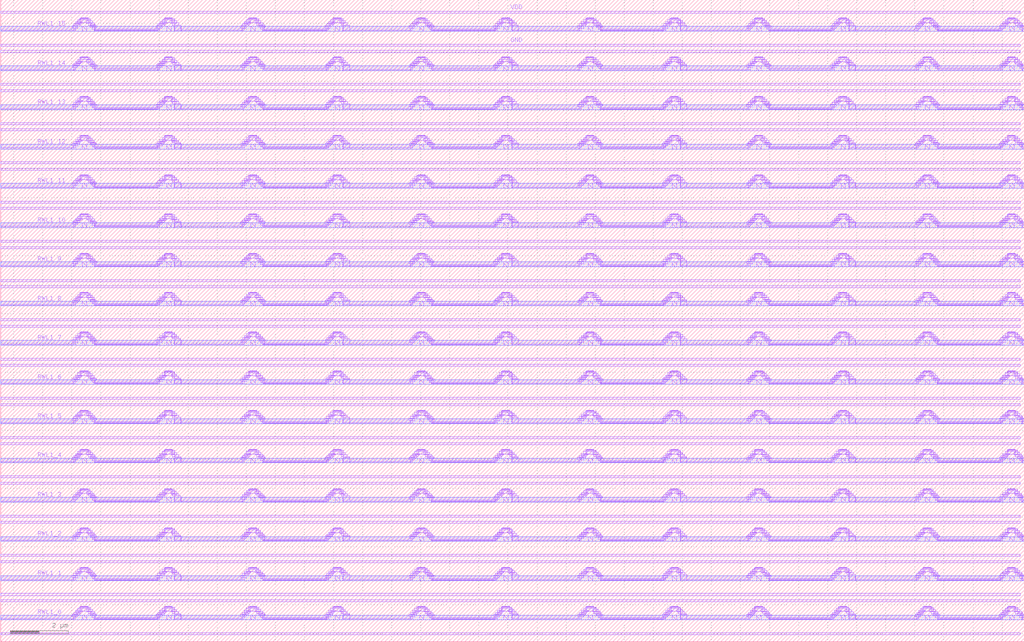
<source format=lef>
VERSION 5.8 ;
BUSBITCHARS "[]" ;
DIVIDERCHAR "/" ;

MACRO 10T_16x12_2r1w_magic_flattened
  CLASS CORE ;
  ORIGIN 0.455 0.275 ;
  FOREIGN 10T_16x12_2r1w_magic_flattened -0.455 -0.275 ;
  SIZE 35.215 BY 22.085 ;
  SYMMETRY X Y ;
  SITE 12T ;
  PIN RBL0_0
    DIRECTION OUTPUT ;
    USE SIGNAL ;
  END RBL0_0
  PIN RBL0_1
    DIRECTION OUTPUT ;
    USE SIGNAL ;
  END RBL0_1
  PIN RBL0_10
    DIRECTION OUTPUT ;
    USE SIGNAL ;
  END RBL0_10
  PIN RBL0_11
    DIRECTION OUTPUT ;
    USE SIGNAL ;
  END RBL0_11
  PIN RBL0_2
    DIRECTION OUTPUT ;
    USE SIGNAL ;
  END RBL0_2
  PIN RBL0_3
    DIRECTION OUTPUT ;
    USE SIGNAL ;
  END RBL0_3
  PIN RBL0_4
    DIRECTION OUTPUT ;
    USE SIGNAL ;
  END RBL0_4
  PIN RBL0_5
    DIRECTION OUTPUT ;
    USE SIGNAL ;
  END RBL0_5
  PIN RBL0_6
    DIRECTION OUTPUT ;
    USE SIGNAL ;
  END RBL0_6
  PIN RBL0_7
    DIRECTION OUTPUT ;
    USE SIGNAL ;
  END RBL0_7
  PIN RBL0_8
    DIRECTION OUTPUT ;
    USE SIGNAL ;
  END RBL0_8
  PIN RBL0_9
    DIRECTION OUTPUT ;
    USE SIGNAL ;
  END RBL0_9
  PIN RBL1_0
    DIRECTION OUTPUT ;
    USE SIGNAL ;
  END RBL1_0
  PIN RBL1_1
    DIRECTION OUTPUT ;
    USE SIGNAL ;
  END RBL1_1
  PIN RBL1_10
    DIRECTION OUTPUT ;
    USE SIGNAL ;
  END RBL1_10
  PIN RBL1_11
    DIRECTION OUTPUT ;
    USE SIGNAL ;
  END RBL1_11
  PIN RBL1_2
    DIRECTION OUTPUT ;
    USE SIGNAL ;
  END RBL1_2
  PIN RBL1_3
    DIRECTION OUTPUT ;
    USE SIGNAL ;
  END RBL1_3
  PIN RBL1_4
    DIRECTION OUTPUT ;
    USE SIGNAL ;
  END RBL1_4
  PIN RBL1_5
    DIRECTION OUTPUT ;
    USE SIGNAL ;
  END RBL1_5
  PIN RBL1_6
    DIRECTION OUTPUT ;
    USE SIGNAL ;
  END RBL1_6
  PIN RBL1_7
    DIRECTION OUTPUT ;
    USE SIGNAL ;
  END RBL1_7
  PIN RBL1_8
    DIRECTION INPUT ;
    USE SIGNAL ;
  END RBL1_8
  PIN RBL1_9
    DIRECTION OUTPUT ;
    USE SIGNAL ;
  END RBL1_9
  PIN WBL_0
    DIRECTION INPUT ;
    USE SIGNAL ;
  END WBL_0
  PIN WBL_1
    DIRECTION INPUT ;
    USE SIGNAL ;
  END WBL_1
  PIN WBL_10
    DIRECTION INPUT ;
    USE SIGNAL ;
  END WBL_10
  PIN WBL_11
    DIRECTION INPUT ;
    USE SIGNAL ;
  END WBL_11
  PIN WBL_2
    DIRECTION INPUT ;
    USE SIGNAL ;
  END WBL_2
  PIN WBL_3
    DIRECTION INPUT ;
    USE SIGNAL ;
  END WBL_3
  PIN WBL_4
    DIRECTION INPUT ;
    USE SIGNAL ;
  END WBL_4
  PIN WBL_5
    DIRECTION INPUT ;
    USE SIGNAL ;
  END WBL_5
  PIN WBL_6
    DIRECTION INPUT ;
    USE SIGNAL ;
  END WBL_6
  PIN WBL_7
    DIRECTION INPUT ;
    USE SIGNAL ;
  END WBL_7
  PIN WBL_8
    DIRECTION INPUT ;
    USE SIGNAL ;
  END WBL_8
  PIN WBL_9
    DIRECTION INPUT ;
    USE SIGNAL ;
  END WBL_9
  PIN WBLb_0
    DIRECTION INPUT ;
    USE SIGNAL ;
  END WBLb_0
  PIN WBLb_1
    DIRECTION INPUT ;
    USE SIGNAL ;
  END WBLb_1
  PIN WBLb_10
    DIRECTION INPUT ;
    USE SIGNAL ;
  END WBLb_10
  PIN WBLb_11
    DIRECTION INPUT ;
    USE SIGNAL ;
  END WBLb_11
  PIN WBLb_2
    DIRECTION INPUT ;
    USE SIGNAL ;
  END WBLb_2
  PIN WBLb_3
    DIRECTION INPUT ;
    USE SIGNAL ;
  END WBLb_3
  PIN WBLb_4
    DIRECTION INPUT ;
    USE SIGNAL ;
  END WBLb_4
  PIN WBLb_5
    DIRECTION INPUT ;
    USE SIGNAL ;
  END WBLb_5
  PIN WBLb_6
    DIRECTION INPUT ;
    USE SIGNAL ;
  END WBLb_6
  PIN WBLb_7
    DIRECTION INPUT ;
    USE SIGNAL ;
  END WBLb_7
  PIN WBLb_8
    DIRECTION INPUT ;
    USE SIGNAL ;
  END WBLb_8
  PIN WBLb_9
    DIRECTION INPUT ;
    USE SIGNAL ;
  END WBLb_9
  PIN WWL_0
    DIRECTION INPUT ;
    USE SIGNAL ;
  END WWL_0
  PIN WWL_1
    DIRECTION INPUT ;
    USE SIGNAL ;
  END WWL_1
  PIN WWL_10
    DIRECTION INPUT ;
    USE SIGNAL ;
  END WWL_10
  PIN WWL_11
    DIRECTION INPUT ;
    USE SIGNAL ;
  END WWL_11
  PIN WWL_12
    DIRECTION INPUT ;
    USE SIGNAL ;
  END WWL_12
  PIN WWL_13
    DIRECTION INPUT ;
    USE SIGNAL ;
  END WWL_13
  PIN WWL_14
    DIRECTION INPUT ;
    USE SIGNAL ;
  END WWL_14
  PIN WWL_15
    DIRECTION INPUT ;
    USE SIGNAL ;
  END WWL_15
  PIN WWL_2
    DIRECTION INPUT ;
    USE SIGNAL ;
  END WWL_2
  PIN WWL_3
    DIRECTION INPUT ;
    USE SIGNAL ;
  END WWL_3
  PIN WWL_4
    DIRECTION INPUT ;
    USE SIGNAL ;
  END WWL_4
  PIN WWL_5
    DIRECTION INPUT ;
    USE SIGNAL ;
  END WWL_5
  PIN WWL_6
    DIRECTION INPUT ;
    USE SIGNAL ;
  END WWL_6
  PIN WWL_7
    DIRECTION INPUT ;
    USE SIGNAL ;
  END WWL_7
  PIN WWL_8
    DIRECTION INPUT ;
    USE SIGNAL ;
  END WWL_8
  PIN WWL_9
    DIRECTION INPUT ;
    USE SIGNAL ;
  END WWL_9
  PIN GND
    DIRECTION INOUT ;
    USE GROUND ;
    PORT
      LAYER met1 ;
        RECT -0.455 -0.035 34.625 0.035 ;
        RECT -0.455 1.315 34.625 1.385 ;
        RECT -0.455 2.665 34.625 2.735 ;
        RECT -0.455 4.015 34.625 4.085 ;
        RECT -0.455 5.365 34.625 5.435 ;
        RECT -0.455 6.715 34.625 6.785 ;
        RECT -0.455 8.065 34.625 8.135 ;
        RECT -0.455 9.415 34.625 9.485 ;
        RECT -0.455 10.765 34.625 10.835 ;
        RECT -0.455 12.115 34.625 12.185 ;
        RECT -0.455 13.465 34.625 13.535 ;
        RECT -0.455 14.815 34.625 14.885 ;
        RECT -0.455 16.165 34.625 16.235 ;
        RECT -0.455 17.515 34.625 17.585 ;
        RECT -0.455 18.865 34.625 18.935 ;
        RECT -0.455 20.215 34.625 20.285 ;
    END
  END GND
  PIN RWL1_0
    DIRECTION INPUT ;
    USE SIGNAL ;
    PORT
      LAYER met1 ;
        RECT 34.71 0.475 34.76 0.67 ;
        RECT 34.53 0.62 34.71 0.715 ;
        RECT 34.6 0.55 34.76 0.67 ;
        RECT 34.67 0.495 34.71 0.715 ;
        RECT 34.46 0.69 34.67 0.77 ;
        RECT 34.41 0.75 34.6 0.84 ;
        RECT 34.17 0.775 34.53 0.91 ;
        RECT 34.21 0.775 34.46 0.945 ;
        RECT 34.03 0.75 34.26 0.8 ;
        RECT 34.03 0.705 34.21 0.8 ;
        RECT 34.17 0.775 34.46 0.925 ;
        RECT 33.96 0.65 34.17 0.73 ;
        RECT 34.1 0.775 34.53 0.87 ;
        RECT 33.91 0.58 34.1 0.67 ;
        RECT 31.7 0.55 34.03 0.645 ;
        RECT 31.77 0.51 34.03 0.645 ;
        RECT 31.77 0.495 33.96 0.645 ;
        RECT 31.81 0.475 33.96 0.645 ;
        RECT 31.63 0.62 31.86 0.67 ;
        RECT 31.63 0.62 31.81 0.715 ;
        RECT 31.56 0.69 31.77 0.77 ;
        RECT 31.51 0.75 31.7 0.84 ;
        RECT 31.27 0.775 31.63 0.91 ;
        RECT 31.31 0.775 31.56 0.945 ;
        RECT 31.13 0.75 31.36 0.8 ;
        RECT 31.13 0.705 31.31 0.8 ;
        RECT 31.27 0.775 31.56 0.925 ;
        RECT 31.06 0.65 31.27 0.73 ;
        RECT 31.2 0.775 31.63 0.87 ;
        RECT 31.01 0.58 31.2 0.67 ;
        RECT 28.725 0.51 31.13 0.645 ;
        RECT 28.725 0.475 31.06 0.645 ;
        RECT 28.74 0.475 28.96 0.65 ;
        RECT 28.74 0.475 28.95 0.69 ;
        RECT 28.3 0.775 28.74 0.87 ;
        RECT 28.61 0.75 28.81 0.83 ;
        RECT 28.73 0.65 28.74 0.87 ;
        RECT 28.37 0.775 28.73 0.91 ;
        RECT 28.66 0.69 28.88 0.76 ;
        RECT 28.41 0.775 28.66 0.945 ;
        RECT 28.23 0.75 28.46 0.8 ;
        RECT 28.23 0.705 28.41 0.8 ;
        RECT 28.37 0.775 28.66 0.925 ;
        RECT 28.16 0.65 28.37 0.73 ;
        RECT 28.11 0.58 28.3 0.67 ;
        RECT 25.9 0.55 28.23 0.645 ;
        RECT 25.97 0.51 28.23 0.645 ;
        RECT 25.97 0.495 28.16 0.645 ;
        RECT 26.01 0.475 28.16 0.645 ;
        RECT 25.83 0.62 26.06 0.67 ;
        RECT 25.83 0.62 26.01 0.715 ;
        RECT 25.76 0.69 25.97 0.77 ;
        RECT 25.71 0.75 25.9 0.84 ;
        RECT 25.47 0.775 25.83 0.91 ;
        RECT 25.51 0.775 25.76 0.945 ;
        RECT 25.33 0.75 25.56 0.8 ;
        RECT 25.33 0.705 25.51 0.8 ;
        RECT 25.47 0.775 25.76 0.925 ;
        RECT 25.26 0.65 25.47 0.73 ;
        RECT 25.4 0.775 25.83 0.87 ;
        RECT 25.21 0.58 25.4 0.67 ;
        RECT 22.925 0.51 25.33 0.645 ;
        RECT 22.925 0.475 25.26 0.645 ;
        RECT 22.94 0.475 23.16 0.65 ;
        RECT 22.94 0.475 23.15 0.69 ;
        RECT 22.5 0.775 22.94 0.87 ;
        RECT 22.81 0.75 23.01 0.83 ;
        RECT 22.93 0.65 22.94 0.87 ;
        RECT 22.57 0.775 22.93 0.91 ;
        RECT 22.86 0.69 23.08 0.76 ;
        RECT 22.61 0.775 22.86 0.945 ;
        RECT 22.43 0.75 22.66 0.8 ;
        RECT 22.43 0.705 22.61 0.8 ;
        RECT 22.57 0.775 22.86 0.925 ;
        RECT 22.36 0.65 22.57 0.73 ;
        RECT 22.31 0.58 22.5 0.67 ;
        RECT 20.1 0.55 22.43 0.645 ;
        RECT 20.17 0.51 22.43 0.645 ;
        RECT 20.17 0.495 22.36 0.645 ;
        RECT 20.21 0.475 22.36 0.645 ;
        RECT 20.03 0.62 20.26 0.67 ;
        RECT 20.03 0.62 20.21 0.715 ;
        RECT 19.96 0.69 20.17 0.77 ;
        RECT 19.91 0.75 20.1 0.84 ;
        RECT 19.67 0.775 20.03 0.91 ;
        RECT 19.71 0.775 19.96 0.945 ;
        RECT 19.53 0.75 19.76 0.8 ;
        RECT 19.53 0.705 19.71 0.8 ;
        RECT 19.67 0.775 19.96 0.925 ;
        RECT 19.46 0.65 19.67 0.73 ;
        RECT 19.6 0.775 20.03 0.87 ;
        RECT 19.41 0.58 19.6 0.67 ;
        RECT 17.125 0.51 19.53 0.645 ;
        RECT 17.125 0.475 19.46 0.645 ;
        RECT 17.14 0.475 17.36 0.65 ;
        RECT 17.14 0.475 17.35 0.69 ;
        RECT 16.7 0.775 17.14 0.87 ;
        RECT 17.01 0.75 17.21 0.83 ;
        RECT 17.13 0.65 17.14 0.87 ;
        RECT 16.77 0.775 17.13 0.91 ;
        RECT 17.06 0.69 17.28 0.76 ;
        RECT 16.81 0.775 17.06 0.945 ;
        RECT 16.63 0.75 16.86 0.8 ;
        RECT 16.63 0.705 16.81 0.8 ;
        RECT 16.77 0.775 17.06 0.925 ;
        RECT 16.56 0.65 16.77 0.73 ;
        RECT 16.51 0.58 16.7 0.67 ;
        RECT 14.3 0.55 16.63 0.645 ;
        RECT 14.37 0.51 16.63 0.645 ;
        RECT 14.37 0.495 16.56 0.645 ;
        RECT 14.41 0.475 16.56 0.645 ;
        RECT 14.23 0.62 14.46 0.67 ;
        RECT 14.23 0.62 14.41 0.715 ;
        RECT 14.16 0.69 14.37 0.77 ;
        RECT 14.11 0.75 14.3 0.84 ;
        RECT 13.87 0.775 14.23 0.91 ;
        RECT 13.91 0.775 14.16 0.945 ;
        RECT 13.73 0.75 13.96 0.8 ;
        RECT 13.73 0.705 13.91 0.8 ;
        RECT 13.87 0.775 14.16 0.925 ;
        RECT 13.66 0.65 13.87 0.73 ;
        RECT 13.8 0.775 14.23 0.87 ;
        RECT 13.61 0.58 13.8 0.67 ;
        RECT 11.325 0.51 13.73 0.645 ;
        RECT 11.325 0.475 13.66 0.645 ;
        RECT 11.34 0.475 11.56 0.65 ;
        RECT 11.34 0.475 11.55 0.69 ;
        RECT 10.9 0.775 11.34 0.87 ;
        RECT 11.21 0.75 11.41 0.83 ;
        RECT 11.33 0.65 11.34 0.87 ;
        RECT 10.97 0.775 11.33 0.91 ;
        RECT 11.26 0.69 11.48 0.76 ;
        RECT 11.01 0.775 11.26 0.945 ;
        RECT 10.83 0.75 11.06 0.8 ;
        RECT 10.83 0.705 11.01 0.8 ;
        RECT 10.97 0.775 11.26 0.925 ;
        RECT 10.76 0.65 10.97 0.73 ;
        RECT 10.71 0.58 10.9 0.67 ;
        RECT 8.5 0.55 10.83 0.645 ;
        RECT 8.57 0.51 10.83 0.645 ;
        RECT 8.57 0.495 10.76 0.645 ;
        RECT 8.61 0.475 10.76 0.645 ;
        RECT 8.43 0.62 8.66 0.67 ;
        RECT 8.43 0.62 8.61 0.715 ;
        RECT 8.36 0.69 8.57 0.77 ;
        RECT 8.31 0.75 8.5 0.84 ;
        RECT 8.07 0.775 8.43 0.91 ;
        RECT 8.11 0.775 8.36 0.945 ;
        RECT 7.93 0.75 8.16 0.8 ;
        RECT 7.93 0.705 8.11 0.8 ;
        RECT 8.07 0.775 8.36 0.925 ;
        RECT 7.86 0.65 8.07 0.73 ;
        RECT 8 0.775 8.43 0.87 ;
        RECT 7.81 0.58 8 0.67 ;
        RECT 5.525 0.51 7.93 0.645 ;
        RECT 5.525 0.475 7.86 0.645 ;
        RECT 5.54 0.475 5.76 0.65 ;
        RECT 5.54 0.475 5.75 0.69 ;
        RECT 5.1 0.775 5.54 0.87 ;
        RECT 5.41 0.75 5.61 0.83 ;
        RECT 5.53 0.65 5.54 0.87 ;
        RECT 5.17 0.775 5.53 0.91 ;
        RECT 5.46 0.69 5.68 0.76 ;
        RECT 5.21 0.775 5.46 0.945 ;
        RECT 5.03 0.75 5.26 0.8 ;
        RECT 5.03 0.705 5.21 0.8 ;
        RECT 5.17 0.775 5.46 0.925 ;
        RECT 4.96 0.65 5.17 0.73 ;
        RECT 4.91 0.58 5.1 0.67 ;
        RECT 2.7 0.55 5.03 0.645 ;
        RECT 2.77 0.51 5.03 0.645 ;
        RECT 2.77 0.495 4.96 0.645 ;
        RECT 2.81 0.475 4.96 0.645 ;
        RECT 2.63 0.62 2.86 0.67 ;
        RECT 2.63 0.62 2.81 0.715 ;
        RECT 2.56 0.69 2.77 0.77 ;
        RECT 2.51 0.75 2.7 0.84 ;
        RECT 2.27 0.775 2.63 0.91 ;
        RECT 2.31 0.775 2.56 0.945 ;
        RECT 2.13 0.75 2.36 0.8 ;
        RECT 2.13 0.705 2.31 0.8 ;
        RECT 2.27 0.775 2.56 0.925 ;
        RECT 2.06 0.65 2.27 0.73 ;
        RECT 2.2 0.775 2.63 0.87 ;
        RECT 2.01 0.58 2.2 0.67 ;
        RECT -0.455 0.51 2.13 0.645 ;
        RECT -0.455 0.475 2.06 0.645 ;
    END
  END RWL1_0
  PIN RWL1_1
    DIRECTION INPUT ;
    USE SIGNAL ;
    PORT
      LAYER met1 ;
        RECT 34.71 1.825 34.76 2.02 ;
        RECT 34.53 1.97 34.71 2.065 ;
        RECT 34.6 1.9 34.76 2.02 ;
        RECT 34.67 1.845 34.71 2.065 ;
        RECT 34.46 2.04 34.67 2.12 ;
        RECT 34.41 2.1 34.6 2.19 ;
        RECT 34.17 2.125 34.53 2.26 ;
        RECT 34.21 2.125 34.46 2.295 ;
        RECT 34.03 2.1 34.26 2.15 ;
        RECT 34.03 2.055 34.21 2.15 ;
        RECT 34.17 2.125 34.46 2.275 ;
        RECT 33.96 2 34.17 2.08 ;
        RECT 34.1 2.125 34.53 2.22 ;
        RECT 33.91 1.93 34.1 2.02 ;
        RECT 31.7 1.9 34.03 1.995 ;
        RECT 31.77 1.86 34.03 1.995 ;
        RECT 31.77 1.845 33.96 1.995 ;
        RECT 31.81 1.825 33.96 1.995 ;
        RECT 31.63 1.97 31.86 2.02 ;
        RECT 31.63 1.97 31.81 2.065 ;
        RECT 31.56 2.04 31.77 2.12 ;
        RECT 31.51 2.1 31.7 2.19 ;
        RECT 31.27 2.125 31.63 2.26 ;
        RECT 31.31 2.125 31.56 2.295 ;
        RECT 31.13 2.1 31.36 2.15 ;
        RECT 31.13 2.055 31.31 2.15 ;
        RECT 31.27 2.125 31.56 2.275 ;
        RECT 31.06 2 31.27 2.08 ;
        RECT 31.2 2.125 31.63 2.22 ;
        RECT 31.01 1.93 31.2 2.02 ;
        RECT 28.725 1.86 31.13 1.995 ;
        RECT 28.725 1.825 31.06 1.995 ;
        RECT 28.74 1.825 28.96 2 ;
        RECT 28.74 1.825 28.95 2.04 ;
        RECT 28.3 2.125 28.74 2.22 ;
        RECT 28.61 2.1 28.81 2.18 ;
        RECT 28.73 2 28.74 2.22 ;
        RECT 28.37 2.125 28.73 2.26 ;
        RECT 28.66 2.04 28.88 2.11 ;
        RECT 28.41 2.125 28.66 2.295 ;
        RECT 28.23 2.1 28.46 2.15 ;
        RECT 28.23 2.055 28.41 2.15 ;
        RECT 28.37 2.125 28.66 2.275 ;
        RECT 28.16 2 28.37 2.08 ;
        RECT 28.11 1.93 28.3 2.02 ;
        RECT 25.9 1.9 28.23 1.995 ;
        RECT 25.97 1.86 28.23 1.995 ;
        RECT 25.97 1.845 28.16 1.995 ;
        RECT 26.01 1.825 28.16 1.995 ;
        RECT 25.83 1.97 26.06 2.02 ;
        RECT 25.83 1.97 26.01 2.065 ;
        RECT 25.76 2.04 25.97 2.12 ;
        RECT 25.71 2.1 25.9 2.19 ;
        RECT 25.47 2.125 25.83 2.26 ;
        RECT 25.51 2.125 25.76 2.295 ;
        RECT 25.33 2.1 25.56 2.15 ;
        RECT 25.33 2.055 25.51 2.15 ;
        RECT 25.47 2.125 25.76 2.275 ;
        RECT 25.26 2 25.47 2.08 ;
        RECT 25.4 2.125 25.83 2.22 ;
        RECT 25.21 1.93 25.4 2.02 ;
        RECT 22.925 1.86 25.33 1.995 ;
        RECT 22.925 1.825 25.26 1.995 ;
        RECT 22.94 1.825 23.16 2 ;
        RECT 22.94 1.825 23.15 2.04 ;
        RECT 22.5 2.125 22.94 2.22 ;
        RECT 22.81 2.1 23.01 2.18 ;
        RECT 22.93 2 22.94 2.22 ;
        RECT 22.57 2.125 22.93 2.26 ;
        RECT 22.86 2.04 23.08 2.11 ;
        RECT 22.61 2.125 22.86 2.295 ;
        RECT 22.43 2.1 22.66 2.15 ;
        RECT 22.43 2.055 22.61 2.15 ;
        RECT 22.57 2.125 22.86 2.275 ;
        RECT 22.36 2 22.57 2.08 ;
        RECT 22.31 1.93 22.5 2.02 ;
        RECT 20.1 1.9 22.43 1.995 ;
        RECT 20.17 1.86 22.43 1.995 ;
        RECT 20.17 1.845 22.36 1.995 ;
        RECT 20.21 1.825 22.36 1.995 ;
        RECT 20.03 1.97 20.26 2.02 ;
        RECT 20.03 1.97 20.21 2.065 ;
        RECT 19.96 2.04 20.17 2.12 ;
        RECT 19.91 2.1 20.1 2.19 ;
        RECT 19.67 2.125 20.03 2.26 ;
        RECT 19.71 2.125 19.96 2.295 ;
        RECT 19.53 2.1 19.76 2.15 ;
        RECT 19.53 2.055 19.71 2.15 ;
        RECT 19.67 2.125 19.96 2.275 ;
        RECT 19.46 2 19.67 2.08 ;
        RECT 19.6 2.125 20.03 2.22 ;
        RECT 19.41 1.93 19.6 2.02 ;
        RECT 17.125 1.86 19.53 1.995 ;
        RECT 17.125 1.825 19.46 1.995 ;
        RECT 17.14 1.825 17.36 2 ;
        RECT 17.14 1.825 17.35 2.04 ;
        RECT 16.7 2.125 17.14 2.22 ;
        RECT 17.01 2.1 17.21 2.18 ;
        RECT 17.13 2 17.14 2.22 ;
        RECT 16.77 2.125 17.13 2.26 ;
        RECT 17.06 2.04 17.28 2.11 ;
        RECT 16.81 2.125 17.06 2.295 ;
        RECT 16.63 2.1 16.86 2.15 ;
        RECT 16.63 2.055 16.81 2.15 ;
        RECT 16.77 2.125 17.06 2.275 ;
        RECT 16.56 2 16.77 2.08 ;
        RECT 16.51 1.93 16.7 2.02 ;
        RECT 14.3 1.9 16.63 1.995 ;
        RECT 14.37 1.86 16.63 1.995 ;
        RECT 14.37 1.845 16.56 1.995 ;
        RECT 14.41 1.825 16.56 1.995 ;
        RECT 14.23 1.97 14.46 2.02 ;
        RECT 14.23 1.97 14.41 2.065 ;
        RECT 14.16 2.04 14.37 2.12 ;
        RECT 14.11 2.1 14.3 2.19 ;
        RECT 13.87 2.125 14.23 2.26 ;
        RECT 13.91 2.125 14.16 2.295 ;
        RECT 13.73 2.1 13.96 2.15 ;
        RECT 13.73 2.055 13.91 2.15 ;
        RECT 13.87 2.125 14.16 2.275 ;
        RECT 13.66 2 13.87 2.08 ;
        RECT 13.8 2.125 14.23 2.22 ;
        RECT 13.61 1.93 13.8 2.02 ;
        RECT 11.325 1.86 13.73 1.995 ;
        RECT 11.325 1.825 13.66 1.995 ;
        RECT 11.34 1.825 11.56 2 ;
        RECT 11.34 1.825 11.55 2.04 ;
        RECT 10.9 2.125 11.34 2.22 ;
        RECT 11.21 2.1 11.41 2.18 ;
        RECT 11.33 2 11.34 2.22 ;
        RECT 10.97 2.125 11.33 2.26 ;
        RECT 11.26 2.04 11.48 2.11 ;
        RECT 11.01 2.125 11.26 2.295 ;
        RECT 10.83 2.1 11.06 2.15 ;
        RECT 10.83 2.055 11.01 2.15 ;
        RECT 10.97 2.125 11.26 2.275 ;
        RECT 10.76 2 10.97 2.08 ;
        RECT 10.71 1.93 10.9 2.02 ;
        RECT 8.5 1.9 10.83 1.995 ;
        RECT 8.57 1.86 10.83 1.995 ;
        RECT 8.57 1.845 10.76 1.995 ;
        RECT 8.61 1.825 10.76 1.995 ;
        RECT 8.43 1.97 8.66 2.02 ;
        RECT 8.43 1.97 8.61 2.065 ;
        RECT 8.36 2.04 8.57 2.12 ;
        RECT 8.31 2.1 8.5 2.19 ;
        RECT 8.07 2.125 8.43 2.26 ;
        RECT 8.11 2.125 8.36 2.295 ;
        RECT 7.93 2.1 8.16 2.15 ;
        RECT 7.93 2.055 8.11 2.15 ;
        RECT 8.07 2.125 8.36 2.275 ;
        RECT 7.86 2 8.07 2.08 ;
        RECT 8 2.125 8.43 2.22 ;
        RECT 7.81 1.93 8 2.02 ;
        RECT 5.525 1.86 7.93 1.995 ;
        RECT 5.525 1.825 7.86 1.995 ;
        RECT 5.54 1.825 5.76 2 ;
        RECT 5.54 1.825 5.75 2.04 ;
        RECT 5.1 2.125 5.54 2.22 ;
        RECT 5.41 2.1 5.61 2.18 ;
        RECT 5.53 2 5.54 2.22 ;
        RECT 5.17 2.125 5.53 2.26 ;
        RECT 5.46 2.04 5.68 2.11 ;
        RECT 5.21 2.125 5.46 2.295 ;
        RECT 5.03 2.1 5.26 2.15 ;
        RECT 5.03 2.055 5.21 2.15 ;
        RECT 5.17 2.125 5.46 2.275 ;
        RECT 4.96 2 5.17 2.08 ;
        RECT 4.91 1.93 5.1 2.02 ;
        RECT 2.7 1.9 5.03 1.995 ;
        RECT 2.77 1.86 5.03 1.995 ;
        RECT 2.77 1.845 4.96 1.995 ;
        RECT 2.81 1.825 4.96 1.995 ;
        RECT 2.63 1.97 2.86 2.02 ;
        RECT 2.63 1.97 2.81 2.065 ;
        RECT 2.56 2.04 2.77 2.12 ;
        RECT 2.51 2.1 2.7 2.19 ;
        RECT 2.27 2.125 2.63 2.26 ;
        RECT 2.31 2.125 2.56 2.295 ;
        RECT 2.13 2.1 2.36 2.15 ;
        RECT 2.13 2.055 2.31 2.15 ;
        RECT 2.27 2.125 2.56 2.275 ;
        RECT 2.06 2 2.27 2.08 ;
        RECT 2.2 2.125 2.63 2.22 ;
        RECT 2.01 1.93 2.2 2.02 ;
        RECT -0.455 1.86 2.13 1.995 ;
        RECT -0.455 1.825 2.06 1.995 ;
    END
  END RWL1_1
  PIN RWL1_10
    DIRECTION INPUT ;
    USE SIGNAL ;
    PORT
      LAYER met1 ;
        RECT 34.71 13.975 34.76 14.17 ;
        RECT 34.53 14.12 34.71 14.215 ;
        RECT 34.6 14.05 34.76 14.17 ;
        RECT 34.67 13.995 34.71 14.215 ;
        RECT 34.46 14.19 34.67 14.27 ;
        RECT 34.41 14.25 34.6 14.34 ;
        RECT 34.17 14.275 34.53 14.41 ;
        RECT 34.21 14.275 34.46 14.445 ;
        RECT 34.03 14.25 34.26 14.3 ;
        RECT 34.03 14.205 34.21 14.3 ;
        RECT 34.17 14.275 34.46 14.425 ;
        RECT 33.96 14.15 34.17 14.23 ;
        RECT 34.1 14.275 34.53 14.37 ;
        RECT 33.91 14.08 34.1 14.17 ;
        RECT 31.7 14.05 34.03 14.145 ;
        RECT 31.77 14.01 34.03 14.145 ;
        RECT 31.77 13.995 33.96 14.145 ;
        RECT 31.81 13.975 33.96 14.145 ;
        RECT 31.63 14.12 31.86 14.17 ;
        RECT 31.63 14.12 31.81 14.215 ;
        RECT 31.56 14.19 31.77 14.27 ;
        RECT 31.51 14.25 31.7 14.34 ;
        RECT 31.27 14.275 31.63 14.41 ;
        RECT 31.31 14.275 31.56 14.445 ;
        RECT 31.13 14.25 31.36 14.3 ;
        RECT 31.13 14.205 31.31 14.3 ;
        RECT 31.27 14.275 31.56 14.425 ;
        RECT 31.06 14.15 31.27 14.23 ;
        RECT 31.2 14.275 31.63 14.37 ;
        RECT 31.01 14.08 31.2 14.17 ;
        RECT 28.725 14.01 31.13 14.145 ;
        RECT 28.725 13.975 31.06 14.145 ;
        RECT 28.74 13.975 28.96 14.15 ;
        RECT 28.74 13.975 28.95 14.19 ;
        RECT 28.3 14.275 28.74 14.37 ;
        RECT 28.61 14.25 28.81 14.33 ;
        RECT 28.73 14.15 28.74 14.37 ;
        RECT 28.37 14.275 28.73 14.41 ;
        RECT 28.66 14.19 28.88 14.26 ;
        RECT 28.41 14.275 28.66 14.445 ;
        RECT 28.23 14.25 28.46 14.3 ;
        RECT 28.23 14.205 28.41 14.3 ;
        RECT 28.37 14.275 28.66 14.425 ;
        RECT 28.16 14.15 28.37 14.23 ;
        RECT 28.11 14.08 28.3 14.17 ;
        RECT 25.9 14.05 28.23 14.145 ;
        RECT 25.97 14.01 28.23 14.145 ;
        RECT 25.97 13.995 28.16 14.145 ;
        RECT 26.01 13.975 28.16 14.145 ;
        RECT 25.83 14.12 26.06 14.17 ;
        RECT 25.83 14.12 26.01 14.215 ;
        RECT 25.76 14.19 25.97 14.27 ;
        RECT 25.71 14.25 25.9 14.34 ;
        RECT 25.47 14.275 25.83 14.41 ;
        RECT 25.51 14.275 25.76 14.445 ;
        RECT 25.33 14.25 25.56 14.3 ;
        RECT 25.33 14.205 25.51 14.3 ;
        RECT 25.47 14.275 25.76 14.425 ;
        RECT 25.26 14.15 25.47 14.23 ;
        RECT 25.4 14.275 25.83 14.37 ;
        RECT 25.21 14.08 25.4 14.17 ;
        RECT 22.925 14.01 25.33 14.145 ;
        RECT 22.925 13.975 25.26 14.145 ;
        RECT 22.94 13.975 23.16 14.15 ;
        RECT 22.94 13.975 23.15 14.19 ;
        RECT 22.5 14.275 22.94 14.37 ;
        RECT 22.81 14.25 23.01 14.33 ;
        RECT 22.93 14.15 22.94 14.37 ;
        RECT 22.57 14.275 22.93 14.41 ;
        RECT 22.86 14.19 23.08 14.26 ;
        RECT 22.61 14.275 22.86 14.445 ;
        RECT 22.43 14.25 22.66 14.3 ;
        RECT 22.43 14.205 22.61 14.3 ;
        RECT 22.57 14.275 22.86 14.425 ;
        RECT 22.36 14.15 22.57 14.23 ;
        RECT 22.31 14.08 22.5 14.17 ;
        RECT 20.1 14.05 22.43 14.145 ;
        RECT 20.17 14.01 22.43 14.145 ;
        RECT 20.17 13.995 22.36 14.145 ;
        RECT 20.21 13.975 22.36 14.145 ;
        RECT 20.03 14.12 20.26 14.17 ;
        RECT 20.03 14.12 20.21 14.215 ;
        RECT 19.96 14.19 20.17 14.27 ;
        RECT 19.91 14.25 20.1 14.34 ;
        RECT 19.67 14.275 20.03 14.41 ;
        RECT 19.71 14.275 19.96 14.445 ;
        RECT 19.53 14.25 19.76 14.3 ;
        RECT 19.53 14.205 19.71 14.3 ;
        RECT 19.67 14.275 19.96 14.425 ;
        RECT 19.46 14.15 19.67 14.23 ;
        RECT 19.6 14.275 20.03 14.37 ;
        RECT 19.41 14.08 19.6 14.17 ;
        RECT 17.125 14.01 19.53 14.145 ;
        RECT 17.125 13.975 19.46 14.145 ;
        RECT 17.14 13.975 17.36 14.15 ;
        RECT 17.14 13.975 17.35 14.19 ;
        RECT 16.7 14.275 17.14 14.37 ;
        RECT 17.01 14.25 17.21 14.33 ;
        RECT 17.13 14.15 17.14 14.37 ;
        RECT 16.77 14.275 17.13 14.41 ;
        RECT 17.06 14.19 17.28 14.26 ;
        RECT 16.81 14.275 17.06 14.445 ;
        RECT 16.63 14.25 16.86 14.3 ;
        RECT 16.63 14.205 16.81 14.3 ;
        RECT 16.77 14.275 17.06 14.425 ;
        RECT 16.56 14.15 16.77 14.23 ;
        RECT 16.51 14.08 16.7 14.17 ;
        RECT 14.3 14.05 16.63 14.145 ;
        RECT 14.37 14.01 16.63 14.145 ;
        RECT 14.37 13.995 16.56 14.145 ;
        RECT 14.41 13.975 16.56 14.145 ;
        RECT 14.23 14.12 14.46 14.17 ;
        RECT 14.23 14.12 14.41 14.215 ;
        RECT 14.16 14.19 14.37 14.27 ;
        RECT 14.11 14.25 14.3 14.34 ;
        RECT 13.87 14.275 14.23 14.41 ;
        RECT 13.91 14.275 14.16 14.445 ;
        RECT 13.73 14.25 13.96 14.3 ;
        RECT 13.73 14.205 13.91 14.3 ;
        RECT 13.87 14.275 14.16 14.425 ;
        RECT 13.66 14.15 13.87 14.23 ;
        RECT 13.8 14.275 14.23 14.37 ;
        RECT 13.61 14.08 13.8 14.17 ;
        RECT 11.325 14.01 13.73 14.145 ;
        RECT 11.325 13.975 13.66 14.145 ;
        RECT 11.34 13.975 11.56 14.15 ;
        RECT 11.34 13.975 11.55 14.19 ;
        RECT 10.9 14.275 11.34 14.37 ;
        RECT 11.21 14.25 11.41 14.33 ;
        RECT 11.33 14.15 11.34 14.37 ;
        RECT 10.97 14.275 11.33 14.41 ;
        RECT 11.26 14.19 11.48 14.26 ;
        RECT 11.01 14.275 11.26 14.445 ;
        RECT 10.83 14.25 11.06 14.3 ;
        RECT 10.83 14.205 11.01 14.3 ;
        RECT 10.97 14.275 11.26 14.425 ;
        RECT 10.76 14.15 10.97 14.23 ;
        RECT 10.71 14.08 10.9 14.17 ;
        RECT 8.5 14.05 10.83 14.145 ;
        RECT 8.57 14.01 10.83 14.145 ;
        RECT 8.57 13.995 10.76 14.145 ;
        RECT 8.61 13.975 10.76 14.145 ;
        RECT 8.43 14.12 8.66 14.17 ;
        RECT 8.43 14.12 8.61 14.215 ;
        RECT 8.36 14.19 8.57 14.27 ;
        RECT 8.31 14.25 8.5 14.34 ;
        RECT 8.07 14.275 8.43 14.41 ;
        RECT 8.11 14.275 8.36 14.445 ;
        RECT 7.93 14.25 8.16 14.3 ;
        RECT 7.93 14.205 8.11 14.3 ;
        RECT 8.07 14.275 8.36 14.425 ;
        RECT 7.86 14.15 8.07 14.23 ;
        RECT 8 14.275 8.43 14.37 ;
        RECT 7.81 14.08 8 14.17 ;
        RECT 5.525 14.01 7.93 14.145 ;
        RECT 5.525 13.975 7.86 14.145 ;
        RECT 5.54 13.975 5.76 14.15 ;
        RECT 5.54 13.975 5.75 14.19 ;
        RECT 5.1 14.275 5.54 14.37 ;
        RECT 5.41 14.25 5.61 14.33 ;
        RECT 5.53 14.15 5.54 14.37 ;
        RECT 5.17 14.275 5.53 14.41 ;
        RECT 5.46 14.19 5.68 14.26 ;
        RECT 5.21 14.275 5.46 14.445 ;
        RECT 5.03 14.25 5.26 14.3 ;
        RECT 5.03 14.205 5.21 14.3 ;
        RECT 5.17 14.275 5.46 14.425 ;
        RECT 4.96 14.15 5.17 14.23 ;
        RECT 4.91 14.08 5.1 14.17 ;
        RECT 2.7 14.05 5.03 14.145 ;
        RECT 2.77 14.01 5.03 14.145 ;
        RECT 2.77 13.995 4.96 14.145 ;
        RECT 2.81 13.975 4.96 14.145 ;
        RECT 2.63 14.12 2.86 14.17 ;
        RECT 2.63 14.12 2.81 14.215 ;
        RECT 2.56 14.19 2.77 14.27 ;
        RECT 2.51 14.25 2.7 14.34 ;
        RECT 2.27 14.275 2.63 14.41 ;
        RECT 2.31 14.275 2.56 14.445 ;
        RECT 2.13 14.25 2.36 14.3 ;
        RECT 2.13 14.205 2.31 14.3 ;
        RECT 2.27 14.275 2.56 14.425 ;
        RECT 2.06 14.15 2.27 14.23 ;
        RECT 2.2 14.275 2.63 14.37 ;
        RECT 2.01 14.08 2.2 14.17 ;
        RECT -0.455 14.01 2.13 14.145 ;
        RECT -0.455 13.975 2.06 14.145 ;
    END
  END RWL1_10
  PIN RWL1_11
    DIRECTION INPUT ;
    USE SIGNAL ;
    PORT
      LAYER met1 ;
        RECT 34.71 15.325 34.76 15.52 ;
        RECT 34.53 15.47 34.71 15.565 ;
        RECT 34.6 15.4 34.76 15.52 ;
        RECT 34.67 15.345 34.71 15.565 ;
        RECT 34.46 15.54 34.67 15.62 ;
        RECT 34.41 15.6 34.6 15.69 ;
        RECT 34.17 15.625 34.53 15.76 ;
        RECT 34.21 15.625 34.46 15.795 ;
        RECT 34.03 15.6 34.26 15.65 ;
        RECT 34.03 15.555 34.21 15.65 ;
        RECT 34.17 15.625 34.46 15.775 ;
        RECT 33.96 15.5 34.17 15.58 ;
        RECT 34.1 15.625 34.53 15.72 ;
        RECT 33.91 15.43 34.1 15.52 ;
        RECT 31.7 15.4 34.03 15.495 ;
        RECT 31.77 15.36 34.03 15.495 ;
        RECT 31.77 15.345 33.96 15.495 ;
        RECT 31.81 15.325 33.96 15.495 ;
        RECT 31.63 15.47 31.86 15.52 ;
        RECT 31.63 15.47 31.81 15.565 ;
        RECT 31.56 15.54 31.77 15.62 ;
        RECT 31.51 15.6 31.7 15.69 ;
        RECT 31.27 15.625 31.63 15.76 ;
        RECT 31.31 15.625 31.56 15.795 ;
        RECT 31.13 15.6 31.36 15.65 ;
        RECT 31.13 15.555 31.31 15.65 ;
        RECT 31.27 15.625 31.56 15.775 ;
        RECT 31.06 15.5 31.27 15.58 ;
        RECT 31.2 15.625 31.63 15.72 ;
        RECT 31.01 15.43 31.2 15.52 ;
        RECT 28.725 15.36 31.13 15.495 ;
        RECT 28.725 15.325 31.06 15.495 ;
        RECT 28.74 15.325 28.96 15.5 ;
        RECT 28.74 15.325 28.95 15.54 ;
        RECT 28.3 15.625 28.74 15.72 ;
        RECT 28.61 15.6 28.81 15.68 ;
        RECT 28.73 15.5 28.74 15.72 ;
        RECT 28.37 15.625 28.73 15.76 ;
        RECT 28.66 15.54 28.88 15.61 ;
        RECT 28.41 15.625 28.66 15.795 ;
        RECT 28.23 15.6 28.46 15.65 ;
        RECT 28.23 15.555 28.41 15.65 ;
        RECT 28.37 15.625 28.66 15.775 ;
        RECT 28.16 15.5 28.37 15.58 ;
        RECT 28.11 15.43 28.3 15.52 ;
        RECT 25.9 15.4 28.23 15.495 ;
        RECT 25.97 15.36 28.23 15.495 ;
        RECT 25.97 15.345 28.16 15.495 ;
        RECT 26.01 15.325 28.16 15.495 ;
        RECT 25.83 15.47 26.06 15.52 ;
        RECT 25.83 15.47 26.01 15.565 ;
        RECT 25.76 15.54 25.97 15.62 ;
        RECT 25.71 15.6 25.9 15.69 ;
        RECT 25.47 15.625 25.83 15.76 ;
        RECT 25.51 15.625 25.76 15.795 ;
        RECT 25.33 15.6 25.56 15.65 ;
        RECT 25.33 15.555 25.51 15.65 ;
        RECT 25.47 15.625 25.76 15.775 ;
        RECT 25.26 15.5 25.47 15.58 ;
        RECT 25.4 15.625 25.83 15.72 ;
        RECT 25.21 15.43 25.4 15.52 ;
        RECT 22.925 15.36 25.33 15.495 ;
        RECT 22.925 15.325 25.26 15.495 ;
        RECT 22.94 15.325 23.16 15.5 ;
        RECT 22.94 15.325 23.15 15.54 ;
        RECT 22.5 15.625 22.94 15.72 ;
        RECT 22.81 15.6 23.01 15.68 ;
        RECT 22.93 15.5 22.94 15.72 ;
        RECT 22.57 15.625 22.93 15.76 ;
        RECT 22.86 15.54 23.08 15.61 ;
        RECT 22.61 15.625 22.86 15.795 ;
        RECT 22.43 15.6 22.66 15.65 ;
        RECT 22.43 15.555 22.61 15.65 ;
        RECT 22.57 15.625 22.86 15.775 ;
        RECT 22.36 15.5 22.57 15.58 ;
        RECT 22.31 15.43 22.5 15.52 ;
        RECT 20.1 15.4 22.43 15.495 ;
        RECT 20.17 15.36 22.43 15.495 ;
        RECT 20.17 15.345 22.36 15.495 ;
        RECT 20.21 15.325 22.36 15.495 ;
        RECT 20.03 15.47 20.26 15.52 ;
        RECT 20.03 15.47 20.21 15.565 ;
        RECT 19.96 15.54 20.17 15.62 ;
        RECT 19.91 15.6 20.1 15.69 ;
        RECT 19.67 15.625 20.03 15.76 ;
        RECT 19.71 15.625 19.96 15.795 ;
        RECT 19.53 15.6 19.76 15.65 ;
        RECT 19.53 15.555 19.71 15.65 ;
        RECT 19.67 15.625 19.96 15.775 ;
        RECT 19.46 15.5 19.67 15.58 ;
        RECT 19.6 15.625 20.03 15.72 ;
        RECT 19.41 15.43 19.6 15.52 ;
        RECT 17.125 15.36 19.53 15.495 ;
        RECT 17.125 15.325 19.46 15.495 ;
        RECT 17.14 15.325 17.36 15.5 ;
        RECT 17.14 15.325 17.35 15.54 ;
        RECT 16.7 15.625 17.14 15.72 ;
        RECT 17.01 15.6 17.21 15.68 ;
        RECT 17.13 15.5 17.14 15.72 ;
        RECT 16.77 15.625 17.13 15.76 ;
        RECT 17.06 15.54 17.28 15.61 ;
        RECT 16.81 15.625 17.06 15.795 ;
        RECT 16.63 15.6 16.86 15.65 ;
        RECT 16.63 15.555 16.81 15.65 ;
        RECT 16.77 15.625 17.06 15.775 ;
        RECT 16.56 15.5 16.77 15.58 ;
        RECT 16.51 15.43 16.7 15.52 ;
        RECT 14.3 15.4 16.63 15.495 ;
        RECT 14.37 15.36 16.63 15.495 ;
        RECT 14.37 15.345 16.56 15.495 ;
        RECT 14.41 15.325 16.56 15.495 ;
        RECT 14.23 15.47 14.46 15.52 ;
        RECT 14.23 15.47 14.41 15.565 ;
        RECT 14.16 15.54 14.37 15.62 ;
        RECT 14.11 15.6 14.3 15.69 ;
        RECT 13.87 15.625 14.23 15.76 ;
        RECT 13.91 15.625 14.16 15.795 ;
        RECT 13.73 15.6 13.96 15.65 ;
        RECT 13.73 15.555 13.91 15.65 ;
        RECT 13.87 15.625 14.16 15.775 ;
        RECT 13.66 15.5 13.87 15.58 ;
        RECT 13.8 15.625 14.23 15.72 ;
        RECT 13.61 15.43 13.8 15.52 ;
        RECT 11.325 15.36 13.73 15.495 ;
        RECT 11.325 15.325 13.66 15.495 ;
        RECT 11.34 15.325 11.56 15.5 ;
        RECT 11.34 15.325 11.55 15.54 ;
        RECT 10.9 15.625 11.34 15.72 ;
        RECT 11.21 15.6 11.41 15.68 ;
        RECT 11.33 15.5 11.34 15.72 ;
        RECT 10.97 15.625 11.33 15.76 ;
        RECT 11.26 15.54 11.48 15.61 ;
        RECT 11.01 15.625 11.26 15.795 ;
        RECT 10.83 15.6 11.06 15.65 ;
        RECT 10.83 15.555 11.01 15.65 ;
        RECT 10.97 15.625 11.26 15.775 ;
        RECT 10.76 15.5 10.97 15.58 ;
        RECT 10.71 15.43 10.9 15.52 ;
        RECT 8.5 15.4 10.83 15.495 ;
        RECT 8.57 15.36 10.83 15.495 ;
        RECT 8.57 15.345 10.76 15.495 ;
        RECT 8.61 15.325 10.76 15.495 ;
        RECT 8.43 15.47 8.66 15.52 ;
        RECT 8.43 15.47 8.61 15.565 ;
        RECT 8.36 15.54 8.57 15.62 ;
        RECT 8.31 15.6 8.5 15.69 ;
        RECT 8.07 15.625 8.43 15.76 ;
        RECT 8.11 15.625 8.36 15.795 ;
        RECT 7.93 15.6 8.16 15.65 ;
        RECT 7.93 15.555 8.11 15.65 ;
        RECT 8.07 15.625 8.36 15.775 ;
        RECT 7.86 15.5 8.07 15.58 ;
        RECT 8 15.625 8.43 15.72 ;
        RECT 7.81 15.43 8 15.52 ;
        RECT 5.525 15.36 7.93 15.495 ;
        RECT 5.525 15.325 7.86 15.495 ;
        RECT 5.54 15.325 5.76 15.5 ;
        RECT 5.54 15.325 5.75 15.54 ;
        RECT 5.1 15.625 5.54 15.72 ;
        RECT 5.41 15.6 5.61 15.68 ;
        RECT 5.53 15.5 5.54 15.72 ;
        RECT 5.17 15.625 5.53 15.76 ;
        RECT 5.46 15.54 5.68 15.61 ;
        RECT 5.21 15.625 5.46 15.795 ;
        RECT 5.03 15.6 5.26 15.65 ;
        RECT 5.03 15.555 5.21 15.65 ;
        RECT 5.17 15.625 5.46 15.775 ;
        RECT 4.96 15.5 5.17 15.58 ;
        RECT 4.91 15.43 5.1 15.52 ;
        RECT 2.7 15.4 5.03 15.495 ;
        RECT 2.77 15.36 5.03 15.495 ;
        RECT 2.77 15.345 4.96 15.495 ;
        RECT 2.81 15.325 4.96 15.495 ;
        RECT 2.63 15.47 2.86 15.52 ;
        RECT 2.63 15.47 2.81 15.565 ;
        RECT 2.56 15.54 2.77 15.62 ;
        RECT 2.51 15.6 2.7 15.69 ;
        RECT 2.27 15.625 2.63 15.76 ;
        RECT 2.31 15.625 2.56 15.795 ;
        RECT 2.13 15.6 2.36 15.65 ;
        RECT 2.13 15.555 2.31 15.65 ;
        RECT 2.27 15.625 2.56 15.775 ;
        RECT 2.06 15.5 2.27 15.58 ;
        RECT 2.2 15.625 2.63 15.72 ;
        RECT 2.01 15.43 2.2 15.52 ;
        RECT -0.455 15.36 2.13 15.495 ;
        RECT -0.455 15.325 2.06 15.495 ;
    END
  END RWL1_11
  PIN RWL1_12
    DIRECTION INPUT ;
    USE SIGNAL ;
    PORT
      LAYER met1 ;
        RECT 34.71 16.675 34.76 16.87 ;
        RECT 34.53 16.82 34.71 16.915 ;
        RECT 34.6 16.75 34.76 16.87 ;
        RECT 34.67 16.695 34.71 16.915 ;
        RECT 34.46 16.89 34.67 16.97 ;
        RECT 34.41 16.95 34.6 17.04 ;
        RECT 34.17 16.975 34.53 17.11 ;
        RECT 34.21 16.975 34.46 17.145 ;
        RECT 34.03 16.95 34.26 17 ;
        RECT 34.03 16.905 34.21 17 ;
        RECT 34.17 16.975 34.46 17.125 ;
        RECT 33.96 16.85 34.17 16.93 ;
        RECT 34.1 16.975 34.53 17.07 ;
        RECT 33.91 16.78 34.1 16.87 ;
        RECT 31.7 16.75 34.03 16.845 ;
        RECT 31.77 16.71 34.03 16.845 ;
        RECT 31.77 16.695 33.96 16.845 ;
        RECT 31.81 16.675 33.96 16.845 ;
        RECT 31.63 16.82 31.86 16.87 ;
        RECT 31.63 16.82 31.81 16.915 ;
        RECT 31.56 16.89 31.77 16.97 ;
        RECT 31.51 16.95 31.7 17.04 ;
        RECT 31.27 16.975 31.63 17.11 ;
        RECT 31.31 16.975 31.56 17.145 ;
        RECT 31.13 16.95 31.36 17 ;
        RECT 31.13 16.905 31.31 17 ;
        RECT 31.27 16.975 31.56 17.125 ;
        RECT 31.06 16.85 31.27 16.93 ;
        RECT 31.2 16.975 31.63 17.07 ;
        RECT 31.01 16.78 31.2 16.87 ;
        RECT 28.725 16.71 31.13 16.845 ;
        RECT 28.725 16.675 31.06 16.845 ;
        RECT 28.74 16.675 28.96 16.85 ;
        RECT 28.74 16.675 28.95 16.89 ;
        RECT 28.3 16.975 28.74 17.07 ;
        RECT 28.61 16.95 28.81 17.03 ;
        RECT 28.73 16.85 28.74 17.07 ;
        RECT 28.37 16.975 28.73 17.11 ;
        RECT 28.66 16.89 28.88 16.96 ;
        RECT 28.41 16.975 28.66 17.145 ;
        RECT 28.23 16.95 28.46 17 ;
        RECT 28.23 16.905 28.41 17 ;
        RECT 28.37 16.975 28.66 17.125 ;
        RECT 28.16 16.85 28.37 16.93 ;
        RECT 28.11 16.78 28.3 16.87 ;
        RECT 25.9 16.75 28.23 16.845 ;
        RECT 25.97 16.71 28.23 16.845 ;
        RECT 25.97 16.695 28.16 16.845 ;
        RECT 26.01 16.675 28.16 16.845 ;
        RECT 25.83 16.82 26.06 16.87 ;
        RECT 25.83 16.82 26.01 16.915 ;
        RECT 25.76 16.89 25.97 16.97 ;
        RECT 25.71 16.95 25.9 17.04 ;
        RECT 25.47 16.975 25.83 17.11 ;
        RECT 25.51 16.975 25.76 17.145 ;
        RECT 25.33 16.95 25.56 17 ;
        RECT 25.33 16.905 25.51 17 ;
        RECT 25.47 16.975 25.76 17.125 ;
        RECT 25.26 16.85 25.47 16.93 ;
        RECT 25.4 16.975 25.83 17.07 ;
        RECT 25.21 16.78 25.4 16.87 ;
        RECT 22.925 16.71 25.33 16.845 ;
        RECT 22.925 16.675 25.26 16.845 ;
        RECT 22.94 16.675 23.16 16.85 ;
        RECT 22.94 16.675 23.15 16.89 ;
        RECT 22.5 16.975 22.94 17.07 ;
        RECT 22.81 16.95 23.01 17.03 ;
        RECT 22.93 16.85 22.94 17.07 ;
        RECT 22.57 16.975 22.93 17.11 ;
        RECT 22.86 16.89 23.08 16.96 ;
        RECT 22.61 16.975 22.86 17.145 ;
        RECT 22.43 16.95 22.66 17 ;
        RECT 22.43 16.905 22.61 17 ;
        RECT 22.57 16.975 22.86 17.125 ;
        RECT 22.36 16.85 22.57 16.93 ;
        RECT 22.31 16.78 22.5 16.87 ;
        RECT 20.1 16.75 22.43 16.845 ;
        RECT 20.17 16.71 22.43 16.845 ;
        RECT 20.17 16.695 22.36 16.845 ;
        RECT 20.21 16.675 22.36 16.845 ;
        RECT 20.03 16.82 20.26 16.87 ;
        RECT 20.03 16.82 20.21 16.915 ;
        RECT 19.96 16.89 20.17 16.97 ;
        RECT 19.91 16.95 20.1 17.04 ;
        RECT 19.67 16.975 20.03 17.11 ;
        RECT 19.71 16.975 19.96 17.145 ;
        RECT 19.53 16.95 19.76 17 ;
        RECT 19.53 16.905 19.71 17 ;
        RECT 19.67 16.975 19.96 17.125 ;
        RECT 19.46 16.85 19.67 16.93 ;
        RECT 19.6 16.975 20.03 17.07 ;
        RECT 19.41 16.78 19.6 16.87 ;
        RECT 17.125 16.71 19.53 16.845 ;
        RECT 17.125 16.675 19.46 16.845 ;
        RECT 17.14 16.675 17.36 16.85 ;
        RECT 17.14 16.675 17.35 16.89 ;
        RECT 16.7 16.975 17.14 17.07 ;
        RECT 17.01 16.95 17.21 17.03 ;
        RECT 17.13 16.85 17.14 17.07 ;
        RECT 16.77 16.975 17.13 17.11 ;
        RECT 17.06 16.89 17.28 16.96 ;
        RECT 16.81 16.975 17.06 17.145 ;
        RECT 16.63 16.95 16.86 17 ;
        RECT 16.63 16.905 16.81 17 ;
        RECT 16.77 16.975 17.06 17.125 ;
        RECT 16.56 16.85 16.77 16.93 ;
        RECT 16.51 16.78 16.7 16.87 ;
        RECT 14.3 16.75 16.63 16.845 ;
        RECT 14.37 16.71 16.63 16.845 ;
        RECT 14.37 16.695 16.56 16.845 ;
        RECT 14.41 16.675 16.56 16.845 ;
        RECT 14.23 16.82 14.46 16.87 ;
        RECT 14.23 16.82 14.41 16.915 ;
        RECT 14.16 16.89 14.37 16.97 ;
        RECT 14.11 16.95 14.3 17.04 ;
        RECT 13.87 16.975 14.23 17.11 ;
        RECT 13.91 16.975 14.16 17.145 ;
        RECT 13.73 16.95 13.96 17 ;
        RECT 13.73 16.905 13.91 17 ;
        RECT 13.87 16.975 14.16 17.125 ;
        RECT 13.66 16.85 13.87 16.93 ;
        RECT 13.8 16.975 14.23 17.07 ;
        RECT 13.61 16.78 13.8 16.87 ;
        RECT 11.325 16.71 13.73 16.845 ;
        RECT 11.325 16.675 13.66 16.845 ;
        RECT 11.34 16.675 11.56 16.85 ;
        RECT 11.34 16.675 11.55 16.89 ;
        RECT 10.9 16.975 11.34 17.07 ;
        RECT 11.21 16.95 11.41 17.03 ;
        RECT 11.33 16.85 11.34 17.07 ;
        RECT 10.97 16.975 11.33 17.11 ;
        RECT 11.26 16.89 11.48 16.96 ;
        RECT 11.01 16.975 11.26 17.145 ;
        RECT 10.83 16.95 11.06 17 ;
        RECT 10.83 16.905 11.01 17 ;
        RECT 10.97 16.975 11.26 17.125 ;
        RECT 10.76 16.85 10.97 16.93 ;
        RECT 10.71 16.78 10.9 16.87 ;
        RECT 8.5 16.75 10.83 16.845 ;
        RECT 8.57 16.71 10.83 16.845 ;
        RECT 8.57 16.695 10.76 16.845 ;
        RECT 8.61 16.675 10.76 16.845 ;
        RECT 8.43 16.82 8.66 16.87 ;
        RECT 8.43 16.82 8.61 16.915 ;
        RECT 8.36 16.89 8.57 16.97 ;
        RECT 8.31 16.95 8.5 17.04 ;
        RECT 8.07 16.975 8.43 17.11 ;
        RECT 8.11 16.975 8.36 17.145 ;
        RECT 7.93 16.95 8.16 17 ;
        RECT 7.93 16.905 8.11 17 ;
        RECT 8.07 16.975 8.36 17.125 ;
        RECT 7.86 16.85 8.07 16.93 ;
        RECT 8 16.975 8.43 17.07 ;
        RECT 7.81 16.78 8 16.87 ;
        RECT 5.525 16.71 7.93 16.845 ;
        RECT 5.525 16.675 7.86 16.845 ;
        RECT 5.54 16.675 5.76 16.85 ;
        RECT 5.54 16.675 5.75 16.89 ;
        RECT 5.1 16.975 5.54 17.07 ;
        RECT 5.41 16.95 5.61 17.03 ;
        RECT 5.53 16.85 5.54 17.07 ;
        RECT 5.17 16.975 5.53 17.11 ;
        RECT 5.46 16.89 5.68 16.96 ;
        RECT 5.21 16.975 5.46 17.145 ;
        RECT 5.03 16.95 5.26 17 ;
        RECT 5.03 16.905 5.21 17 ;
        RECT 5.17 16.975 5.46 17.125 ;
        RECT 4.96 16.85 5.17 16.93 ;
        RECT 4.91 16.78 5.1 16.87 ;
        RECT 2.7 16.75 5.03 16.845 ;
        RECT 2.77 16.71 5.03 16.845 ;
        RECT 2.77 16.695 4.96 16.845 ;
        RECT 2.81 16.675 4.96 16.845 ;
        RECT 2.63 16.82 2.86 16.87 ;
        RECT 2.63 16.82 2.81 16.915 ;
        RECT 2.56 16.89 2.77 16.97 ;
        RECT 2.51 16.95 2.7 17.04 ;
        RECT 2.27 16.975 2.63 17.11 ;
        RECT 2.31 16.975 2.56 17.145 ;
        RECT 2.13 16.95 2.36 17 ;
        RECT 2.13 16.905 2.31 17 ;
        RECT 2.27 16.975 2.56 17.125 ;
        RECT 2.06 16.85 2.27 16.93 ;
        RECT 2.2 16.975 2.63 17.07 ;
        RECT 2.01 16.78 2.2 16.87 ;
        RECT -0.455 16.71 2.13 16.845 ;
        RECT -0.455 16.675 2.06 16.845 ;
    END
  END RWL1_12
  PIN RWL1_13
    DIRECTION INPUT ;
    USE SIGNAL ;
    PORT
      LAYER met1 ;
        RECT 34.71 18.025 34.76 18.22 ;
        RECT 34.53 18.17 34.71 18.265 ;
        RECT 34.6 18.1 34.76 18.22 ;
        RECT 34.67 18.045 34.71 18.265 ;
        RECT 34.46 18.24 34.67 18.32 ;
        RECT 34.41 18.3 34.6 18.39 ;
        RECT 34.17 18.325 34.53 18.46 ;
        RECT 34.21 18.325 34.46 18.495 ;
        RECT 34.03 18.3 34.26 18.35 ;
        RECT 34.03 18.255 34.21 18.35 ;
        RECT 34.17 18.325 34.46 18.475 ;
        RECT 33.96 18.2 34.17 18.28 ;
        RECT 34.1 18.325 34.53 18.42 ;
        RECT 33.91 18.13 34.1 18.22 ;
        RECT 31.7 18.1 34.03 18.195 ;
        RECT 31.77 18.06 34.03 18.195 ;
        RECT 31.77 18.045 33.96 18.195 ;
        RECT 31.81 18.025 33.96 18.195 ;
        RECT 31.63 18.17 31.86 18.22 ;
        RECT 31.63 18.17 31.81 18.265 ;
        RECT 31.56 18.24 31.77 18.32 ;
        RECT 31.51 18.3 31.7 18.39 ;
        RECT 31.27 18.325 31.63 18.46 ;
        RECT 31.31 18.325 31.56 18.495 ;
        RECT 31.13 18.3 31.36 18.35 ;
        RECT 31.13 18.255 31.31 18.35 ;
        RECT 31.27 18.325 31.56 18.475 ;
        RECT 31.06 18.2 31.27 18.28 ;
        RECT 31.2 18.325 31.63 18.42 ;
        RECT 31.01 18.13 31.2 18.22 ;
        RECT 28.725 18.06 31.13 18.195 ;
        RECT 28.725 18.025 31.06 18.195 ;
        RECT 28.74 18.025 28.96 18.2 ;
        RECT 28.74 18.025 28.95 18.24 ;
        RECT 28.3 18.325 28.74 18.42 ;
        RECT 28.61 18.3 28.81 18.38 ;
        RECT 28.73 18.2 28.74 18.42 ;
        RECT 28.37 18.325 28.73 18.46 ;
        RECT 28.66 18.24 28.88 18.31 ;
        RECT 28.41 18.325 28.66 18.495 ;
        RECT 28.23 18.3 28.46 18.35 ;
        RECT 28.23 18.255 28.41 18.35 ;
        RECT 28.37 18.325 28.66 18.475 ;
        RECT 28.16 18.2 28.37 18.28 ;
        RECT 28.11 18.13 28.3 18.22 ;
        RECT 25.9 18.1 28.23 18.195 ;
        RECT 25.97 18.06 28.23 18.195 ;
        RECT 25.97 18.045 28.16 18.195 ;
        RECT 26.01 18.025 28.16 18.195 ;
        RECT 25.83 18.17 26.06 18.22 ;
        RECT 25.83 18.17 26.01 18.265 ;
        RECT 25.76 18.24 25.97 18.32 ;
        RECT 25.71 18.3 25.9 18.39 ;
        RECT 25.47 18.325 25.83 18.46 ;
        RECT 25.51 18.325 25.76 18.495 ;
        RECT 25.33 18.3 25.56 18.35 ;
        RECT 25.33 18.255 25.51 18.35 ;
        RECT 25.47 18.325 25.76 18.475 ;
        RECT 25.26 18.2 25.47 18.28 ;
        RECT 25.4 18.325 25.83 18.42 ;
        RECT 25.21 18.13 25.4 18.22 ;
        RECT 22.925 18.06 25.33 18.195 ;
        RECT 22.925 18.025 25.26 18.195 ;
        RECT 22.94 18.025 23.16 18.2 ;
        RECT 22.94 18.025 23.15 18.24 ;
        RECT 22.5 18.325 22.94 18.42 ;
        RECT 22.81 18.3 23.01 18.38 ;
        RECT 22.93 18.2 22.94 18.42 ;
        RECT 22.57 18.325 22.93 18.46 ;
        RECT 22.86 18.24 23.08 18.31 ;
        RECT 22.61 18.325 22.86 18.495 ;
        RECT 22.43 18.3 22.66 18.35 ;
        RECT 22.43 18.255 22.61 18.35 ;
        RECT 22.57 18.325 22.86 18.475 ;
        RECT 22.36 18.2 22.57 18.28 ;
        RECT 22.31 18.13 22.5 18.22 ;
        RECT 20.1 18.1 22.43 18.195 ;
        RECT 20.17 18.06 22.43 18.195 ;
        RECT 20.17 18.045 22.36 18.195 ;
        RECT 20.21 18.025 22.36 18.195 ;
        RECT 20.03 18.17 20.26 18.22 ;
        RECT 20.03 18.17 20.21 18.265 ;
        RECT 19.96 18.24 20.17 18.32 ;
        RECT 19.91 18.3 20.1 18.39 ;
        RECT 19.67 18.325 20.03 18.46 ;
        RECT 19.71 18.325 19.96 18.495 ;
        RECT 19.53 18.3 19.76 18.35 ;
        RECT 19.53 18.255 19.71 18.35 ;
        RECT 19.67 18.325 19.96 18.475 ;
        RECT 19.46 18.2 19.67 18.28 ;
        RECT 19.6 18.325 20.03 18.42 ;
        RECT 19.41 18.13 19.6 18.22 ;
        RECT 17.125 18.06 19.53 18.195 ;
        RECT 17.125 18.025 19.46 18.195 ;
        RECT 17.14 18.025 17.36 18.2 ;
        RECT 17.14 18.025 17.35 18.24 ;
        RECT 16.7 18.325 17.14 18.42 ;
        RECT 17.01 18.3 17.21 18.38 ;
        RECT 17.13 18.2 17.14 18.42 ;
        RECT 16.77 18.325 17.13 18.46 ;
        RECT 17.06 18.24 17.28 18.31 ;
        RECT 16.81 18.325 17.06 18.495 ;
        RECT 16.63 18.3 16.86 18.35 ;
        RECT 16.63 18.255 16.81 18.35 ;
        RECT 16.77 18.325 17.06 18.475 ;
        RECT 16.56 18.2 16.77 18.28 ;
        RECT 16.51 18.13 16.7 18.22 ;
        RECT 14.3 18.1 16.63 18.195 ;
        RECT 14.37 18.06 16.63 18.195 ;
        RECT 14.37 18.045 16.56 18.195 ;
        RECT 14.41 18.025 16.56 18.195 ;
        RECT 14.23 18.17 14.46 18.22 ;
        RECT 14.23 18.17 14.41 18.265 ;
        RECT 14.16 18.24 14.37 18.32 ;
        RECT 14.11 18.3 14.3 18.39 ;
        RECT 13.87 18.325 14.23 18.46 ;
        RECT 13.91 18.325 14.16 18.495 ;
        RECT 13.73 18.3 13.96 18.35 ;
        RECT 13.73 18.255 13.91 18.35 ;
        RECT 13.87 18.325 14.16 18.475 ;
        RECT 13.66 18.2 13.87 18.28 ;
        RECT 13.8 18.325 14.23 18.42 ;
        RECT 13.61 18.13 13.8 18.22 ;
        RECT 11.325 18.06 13.73 18.195 ;
        RECT 11.325 18.025 13.66 18.195 ;
        RECT 11.34 18.025 11.56 18.2 ;
        RECT 11.34 18.025 11.55 18.24 ;
        RECT 10.9 18.325 11.34 18.42 ;
        RECT 11.21 18.3 11.41 18.38 ;
        RECT 11.33 18.2 11.34 18.42 ;
        RECT 10.97 18.325 11.33 18.46 ;
        RECT 11.26 18.24 11.48 18.31 ;
        RECT 11.01 18.325 11.26 18.495 ;
        RECT 10.83 18.3 11.06 18.35 ;
        RECT 10.83 18.255 11.01 18.35 ;
        RECT 10.97 18.325 11.26 18.475 ;
        RECT 10.76 18.2 10.97 18.28 ;
        RECT 10.71 18.13 10.9 18.22 ;
        RECT 8.5 18.1 10.83 18.195 ;
        RECT 8.57 18.06 10.83 18.195 ;
        RECT 8.57 18.045 10.76 18.195 ;
        RECT 8.61 18.025 10.76 18.195 ;
        RECT 8.43 18.17 8.66 18.22 ;
        RECT 8.43 18.17 8.61 18.265 ;
        RECT 8.36 18.24 8.57 18.32 ;
        RECT 8.31 18.3 8.5 18.39 ;
        RECT 8.07 18.325 8.43 18.46 ;
        RECT 8.11 18.325 8.36 18.495 ;
        RECT 7.93 18.3 8.16 18.35 ;
        RECT 7.93 18.255 8.11 18.35 ;
        RECT 8.07 18.325 8.36 18.475 ;
        RECT 7.86 18.2 8.07 18.28 ;
        RECT 8 18.325 8.43 18.42 ;
        RECT 7.81 18.13 8 18.22 ;
        RECT 5.525 18.06 7.93 18.195 ;
        RECT 5.525 18.025 7.86 18.195 ;
        RECT 5.54 18.025 5.76 18.2 ;
        RECT 5.54 18.025 5.75 18.24 ;
        RECT 5.1 18.325 5.54 18.42 ;
        RECT 5.41 18.3 5.61 18.38 ;
        RECT 5.53 18.2 5.54 18.42 ;
        RECT 5.17 18.325 5.53 18.46 ;
        RECT 5.46 18.24 5.68 18.31 ;
        RECT 5.21 18.325 5.46 18.495 ;
        RECT 5.03 18.3 5.26 18.35 ;
        RECT 5.03 18.255 5.21 18.35 ;
        RECT 5.17 18.325 5.46 18.475 ;
        RECT 4.96 18.2 5.17 18.28 ;
        RECT 4.91 18.13 5.1 18.22 ;
        RECT 2.7 18.1 5.03 18.195 ;
        RECT 2.77 18.06 5.03 18.195 ;
        RECT 2.77 18.045 4.96 18.195 ;
        RECT 2.81 18.025 4.96 18.195 ;
        RECT 2.63 18.17 2.86 18.22 ;
        RECT 2.63 18.17 2.81 18.265 ;
        RECT 2.56 18.24 2.77 18.32 ;
        RECT 2.51 18.3 2.7 18.39 ;
        RECT 2.27 18.325 2.63 18.46 ;
        RECT 2.31 18.325 2.56 18.495 ;
        RECT 2.13 18.3 2.36 18.35 ;
        RECT 2.13 18.255 2.31 18.35 ;
        RECT 2.27 18.325 2.56 18.475 ;
        RECT 2.06 18.2 2.27 18.28 ;
        RECT 2.2 18.325 2.63 18.42 ;
        RECT 2.01 18.13 2.2 18.22 ;
        RECT -0.455 18.06 2.13 18.195 ;
        RECT -0.455 18.025 2.06 18.195 ;
    END
  END RWL1_13
  PIN RWL1_14
    DIRECTION INPUT ;
    USE SIGNAL ;
    PORT
      LAYER met1 ;
        RECT 34.71 19.375 34.76 19.57 ;
        RECT 34.53 19.52 34.71 19.615 ;
        RECT 34.6 19.45 34.76 19.57 ;
        RECT 34.67 19.395 34.71 19.615 ;
        RECT 34.46 19.59 34.67 19.67 ;
        RECT 34.41 19.65 34.6 19.74 ;
        RECT 34.17 19.675 34.53 19.81 ;
        RECT 34.21 19.675 34.46 19.845 ;
        RECT 34.03 19.65 34.26 19.7 ;
        RECT 34.03 19.605 34.21 19.7 ;
        RECT 34.17 19.675 34.46 19.825 ;
        RECT 33.96 19.55 34.17 19.63 ;
        RECT 34.1 19.675 34.53 19.77 ;
        RECT 33.91 19.48 34.1 19.57 ;
        RECT 31.7 19.45 34.03 19.545 ;
        RECT 31.77 19.41 34.03 19.545 ;
        RECT 31.77 19.395 33.96 19.545 ;
        RECT 31.81 19.375 33.96 19.545 ;
        RECT 31.63 19.52 31.86 19.57 ;
        RECT 31.63 19.52 31.81 19.615 ;
        RECT 31.56 19.59 31.77 19.67 ;
        RECT 31.51 19.65 31.7 19.74 ;
        RECT 31.27 19.675 31.63 19.81 ;
        RECT 31.31 19.675 31.56 19.845 ;
        RECT 31.13 19.65 31.36 19.7 ;
        RECT 31.13 19.605 31.31 19.7 ;
        RECT 31.27 19.675 31.56 19.825 ;
        RECT 31.06 19.55 31.27 19.63 ;
        RECT 31.2 19.675 31.63 19.77 ;
        RECT 31.01 19.48 31.2 19.57 ;
        RECT 28.725 19.41 31.13 19.545 ;
        RECT 28.725 19.375 31.06 19.545 ;
        RECT 28.74 19.375 28.96 19.55 ;
        RECT 28.74 19.375 28.95 19.59 ;
        RECT 28.3 19.675 28.74 19.77 ;
        RECT 28.61 19.65 28.81 19.73 ;
        RECT 28.73 19.55 28.74 19.77 ;
        RECT 28.37 19.675 28.73 19.81 ;
        RECT 28.66 19.59 28.88 19.66 ;
        RECT 28.41 19.675 28.66 19.845 ;
        RECT 28.23 19.65 28.46 19.7 ;
        RECT 28.23 19.605 28.41 19.7 ;
        RECT 28.37 19.675 28.66 19.825 ;
        RECT 28.16 19.55 28.37 19.63 ;
        RECT 28.11 19.48 28.3 19.57 ;
        RECT 25.9 19.45 28.23 19.545 ;
        RECT 25.97 19.41 28.23 19.545 ;
        RECT 25.97 19.395 28.16 19.545 ;
        RECT 26.01 19.375 28.16 19.545 ;
        RECT 25.83 19.52 26.06 19.57 ;
        RECT 25.83 19.52 26.01 19.615 ;
        RECT 25.76 19.59 25.97 19.67 ;
        RECT 25.71 19.65 25.9 19.74 ;
        RECT 25.47 19.675 25.83 19.81 ;
        RECT 25.51 19.675 25.76 19.845 ;
        RECT 25.33 19.65 25.56 19.7 ;
        RECT 25.33 19.605 25.51 19.7 ;
        RECT 25.47 19.675 25.76 19.825 ;
        RECT 25.26 19.55 25.47 19.63 ;
        RECT 25.4 19.675 25.83 19.77 ;
        RECT 25.21 19.48 25.4 19.57 ;
        RECT 22.925 19.41 25.33 19.545 ;
        RECT 22.925 19.375 25.26 19.545 ;
        RECT 22.94 19.375 23.16 19.55 ;
        RECT 22.94 19.375 23.15 19.59 ;
        RECT 22.5 19.675 22.94 19.77 ;
        RECT 22.81 19.65 23.01 19.73 ;
        RECT 22.93 19.55 22.94 19.77 ;
        RECT 22.57 19.675 22.93 19.81 ;
        RECT 22.86 19.59 23.08 19.66 ;
        RECT 22.61 19.675 22.86 19.845 ;
        RECT 22.43 19.65 22.66 19.7 ;
        RECT 22.43 19.605 22.61 19.7 ;
        RECT 22.57 19.675 22.86 19.825 ;
        RECT 22.36 19.55 22.57 19.63 ;
        RECT 22.31 19.48 22.5 19.57 ;
        RECT 20.1 19.45 22.43 19.545 ;
        RECT 20.17 19.41 22.43 19.545 ;
        RECT 20.17 19.395 22.36 19.545 ;
        RECT 20.21 19.375 22.36 19.545 ;
        RECT 20.03 19.52 20.26 19.57 ;
        RECT 20.03 19.52 20.21 19.615 ;
        RECT 19.96 19.59 20.17 19.67 ;
        RECT 19.91 19.65 20.1 19.74 ;
        RECT 19.67 19.675 20.03 19.81 ;
        RECT 19.71 19.675 19.96 19.845 ;
        RECT 19.53 19.65 19.76 19.7 ;
        RECT 19.53 19.605 19.71 19.7 ;
        RECT 19.67 19.675 19.96 19.825 ;
        RECT 19.46 19.55 19.67 19.63 ;
        RECT 19.6 19.675 20.03 19.77 ;
        RECT 19.41 19.48 19.6 19.57 ;
        RECT 17.125 19.41 19.53 19.545 ;
        RECT 17.125 19.375 19.46 19.545 ;
        RECT 17.14 19.375 17.36 19.55 ;
        RECT 17.14 19.375 17.35 19.59 ;
        RECT 16.7 19.675 17.14 19.77 ;
        RECT 17.01 19.65 17.21 19.73 ;
        RECT 17.13 19.55 17.14 19.77 ;
        RECT 16.77 19.675 17.13 19.81 ;
        RECT 17.06 19.59 17.28 19.66 ;
        RECT 16.81 19.675 17.06 19.845 ;
        RECT 16.63 19.65 16.86 19.7 ;
        RECT 16.63 19.605 16.81 19.7 ;
        RECT 16.77 19.675 17.06 19.825 ;
        RECT 16.56 19.55 16.77 19.63 ;
        RECT 16.51 19.48 16.7 19.57 ;
        RECT 14.3 19.45 16.63 19.545 ;
        RECT 14.37 19.41 16.63 19.545 ;
        RECT 14.37 19.395 16.56 19.545 ;
        RECT 14.41 19.375 16.56 19.545 ;
        RECT 14.23 19.52 14.46 19.57 ;
        RECT 14.23 19.52 14.41 19.615 ;
        RECT 14.16 19.59 14.37 19.67 ;
        RECT 14.11 19.65 14.3 19.74 ;
        RECT 13.87 19.675 14.23 19.81 ;
        RECT 13.91 19.675 14.16 19.845 ;
        RECT 13.73 19.65 13.96 19.7 ;
        RECT 13.73 19.605 13.91 19.7 ;
        RECT 13.87 19.675 14.16 19.825 ;
        RECT 13.66 19.55 13.87 19.63 ;
        RECT 13.8 19.675 14.23 19.77 ;
        RECT 13.61 19.48 13.8 19.57 ;
        RECT 11.325 19.41 13.73 19.545 ;
        RECT 11.325 19.375 13.66 19.545 ;
        RECT 11.34 19.375 11.56 19.55 ;
        RECT 11.34 19.375 11.55 19.59 ;
        RECT 10.9 19.675 11.34 19.77 ;
        RECT 11.21 19.65 11.41 19.73 ;
        RECT 11.33 19.55 11.34 19.77 ;
        RECT 10.97 19.675 11.33 19.81 ;
        RECT 11.26 19.59 11.48 19.66 ;
        RECT 11.01 19.675 11.26 19.845 ;
        RECT 10.83 19.65 11.06 19.7 ;
        RECT 10.83 19.605 11.01 19.7 ;
        RECT 10.97 19.675 11.26 19.825 ;
        RECT 10.76 19.55 10.97 19.63 ;
        RECT 10.71 19.48 10.9 19.57 ;
        RECT 8.5 19.45 10.83 19.545 ;
        RECT 8.57 19.41 10.83 19.545 ;
        RECT 8.57 19.395 10.76 19.545 ;
        RECT 8.61 19.375 10.76 19.545 ;
        RECT 8.43 19.52 8.66 19.57 ;
        RECT 8.43 19.52 8.61 19.615 ;
        RECT 8.36 19.59 8.57 19.67 ;
        RECT 8.31 19.65 8.5 19.74 ;
        RECT 8.07 19.675 8.43 19.81 ;
        RECT 8.11 19.675 8.36 19.845 ;
        RECT 7.93 19.65 8.16 19.7 ;
        RECT 7.93 19.605 8.11 19.7 ;
        RECT 8.07 19.675 8.36 19.825 ;
        RECT 7.86 19.55 8.07 19.63 ;
        RECT 8 19.675 8.43 19.77 ;
        RECT 7.81 19.48 8 19.57 ;
        RECT 5.525 19.41 7.93 19.545 ;
        RECT 5.525 19.375 7.86 19.545 ;
        RECT 5.54 19.375 5.76 19.55 ;
        RECT 5.54 19.375 5.75 19.59 ;
        RECT 5.1 19.675 5.54 19.77 ;
        RECT 5.41 19.65 5.61 19.73 ;
        RECT 5.53 19.55 5.54 19.77 ;
        RECT 5.17 19.675 5.53 19.81 ;
        RECT 5.46 19.59 5.68 19.66 ;
        RECT 5.21 19.675 5.46 19.845 ;
        RECT 5.03 19.65 5.26 19.7 ;
        RECT 5.03 19.605 5.21 19.7 ;
        RECT 5.17 19.675 5.46 19.825 ;
        RECT 4.96 19.55 5.17 19.63 ;
        RECT 4.91 19.48 5.1 19.57 ;
        RECT 2.7 19.45 5.03 19.545 ;
        RECT 2.77 19.41 5.03 19.545 ;
        RECT 2.77 19.395 4.96 19.545 ;
        RECT 2.81 19.375 4.96 19.545 ;
        RECT 2.63 19.52 2.86 19.57 ;
        RECT 2.63 19.52 2.81 19.615 ;
        RECT 2.56 19.59 2.77 19.67 ;
        RECT 2.51 19.65 2.7 19.74 ;
        RECT 2.27 19.675 2.63 19.81 ;
        RECT 2.31 19.675 2.56 19.845 ;
        RECT 2.13 19.65 2.36 19.7 ;
        RECT 2.13 19.605 2.31 19.7 ;
        RECT 2.27 19.675 2.56 19.825 ;
        RECT 2.06 19.55 2.27 19.63 ;
        RECT 2.2 19.675 2.63 19.77 ;
        RECT 2.01 19.48 2.2 19.57 ;
        RECT -0.455 19.41 2.13 19.545 ;
        RECT -0.455 19.375 2.06 19.545 ;
    END
  END RWL1_14
  PIN RWL1_15
    DIRECTION INPUT ;
    USE SIGNAL ;
    PORT
      LAYER met1 ;
        RECT 34.71 20.725 34.76 20.92 ;
        RECT 34.53 20.87 34.71 20.965 ;
        RECT 34.6 20.8 34.76 20.92 ;
        RECT 34.67 20.745 34.71 20.965 ;
        RECT 34.46 20.94 34.67 21.02 ;
        RECT 34.41 21 34.6 21.09 ;
        RECT 34.17 21.025 34.53 21.16 ;
        RECT 34.21 21.025 34.46 21.195 ;
        RECT 34.03 21 34.26 21.05 ;
        RECT 34.03 20.955 34.21 21.05 ;
        RECT 34.17 21.025 34.46 21.175 ;
        RECT 33.96 20.9 34.17 20.98 ;
        RECT 34.1 21.025 34.53 21.12 ;
        RECT 33.91 20.83 34.1 20.92 ;
        RECT 31.7 20.8 34.03 20.895 ;
        RECT 31.77 20.76 34.03 20.895 ;
        RECT 31.77 20.745 33.96 20.895 ;
        RECT 31.81 20.725 33.96 20.895 ;
        RECT 31.63 20.87 31.86 20.92 ;
        RECT 31.63 20.87 31.81 20.965 ;
        RECT 31.56 20.94 31.77 21.02 ;
        RECT 31.51 21 31.7 21.09 ;
        RECT 31.27 21.025 31.63 21.16 ;
        RECT 31.31 21.025 31.56 21.195 ;
        RECT 31.13 21 31.36 21.05 ;
        RECT 31.13 20.955 31.31 21.05 ;
        RECT 31.27 21.025 31.56 21.175 ;
        RECT 31.06 20.9 31.27 20.98 ;
        RECT 31.2 21.025 31.63 21.12 ;
        RECT 31.01 20.83 31.2 20.92 ;
        RECT 28.725 20.76 31.13 20.895 ;
        RECT 28.725 20.725 31.06 20.895 ;
        RECT 28.74 20.725 28.96 20.9 ;
        RECT 28.74 20.725 28.95 20.94 ;
        RECT 28.3 21.025 28.74 21.12 ;
        RECT 28.61 21 28.81 21.08 ;
        RECT 28.73 20.9 28.74 21.12 ;
        RECT 28.37 21.025 28.73 21.16 ;
        RECT 28.66 20.94 28.88 21.01 ;
        RECT 28.41 21.025 28.66 21.195 ;
        RECT 28.23 21 28.46 21.05 ;
        RECT 28.23 20.955 28.41 21.05 ;
        RECT 28.37 21.025 28.66 21.175 ;
        RECT 28.16 20.9 28.37 20.98 ;
        RECT 28.11 20.83 28.3 20.92 ;
        RECT 25.9 20.8 28.23 20.895 ;
        RECT 25.97 20.76 28.23 20.895 ;
        RECT 25.97 20.745 28.16 20.895 ;
        RECT 26.01 20.725 28.16 20.895 ;
        RECT 25.83 20.87 26.06 20.92 ;
        RECT 25.83 20.87 26.01 20.965 ;
        RECT 25.76 20.94 25.97 21.02 ;
        RECT 25.71 21 25.9 21.09 ;
        RECT 25.47 21.025 25.83 21.16 ;
        RECT 25.51 21.025 25.76 21.195 ;
        RECT 25.33 21 25.56 21.05 ;
        RECT 25.33 20.955 25.51 21.05 ;
        RECT 25.47 21.025 25.76 21.175 ;
        RECT 25.26 20.9 25.47 20.98 ;
        RECT 25.4 21.025 25.83 21.12 ;
        RECT 25.21 20.83 25.4 20.92 ;
        RECT 22.925 20.76 25.33 20.895 ;
        RECT 22.925 20.725 25.26 20.895 ;
        RECT 22.94 20.725 23.16 20.9 ;
        RECT 22.94 20.725 23.15 20.94 ;
        RECT 22.5 21.025 22.94 21.12 ;
        RECT 22.81 21 23.01 21.08 ;
        RECT 22.93 20.9 22.94 21.12 ;
        RECT 22.57 21.025 22.93 21.16 ;
        RECT 22.86 20.94 23.08 21.01 ;
        RECT 22.61 21.025 22.86 21.195 ;
        RECT 22.43 21 22.66 21.05 ;
        RECT 22.43 20.955 22.61 21.05 ;
        RECT 22.57 21.025 22.86 21.175 ;
        RECT 22.36 20.9 22.57 20.98 ;
        RECT 22.31 20.83 22.5 20.92 ;
        RECT 20.1 20.8 22.43 20.895 ;
        RECT 20.17 20.76 22.43 20.895 ;
        RECT 20.17 20.745 22.36 20.895 ;
        RECT 20.21 20.725 22.36 20.895 ;
        RECT 20.03 20.87 20.26 20.92 ;
        RECT 20.03 20.87 20.21 20.965 ;
        RECT 19.96 20.94 20.17 21.02 ;
        RECT 19.91 21 20.1 21.09 ;
        RECT 19.67 21.025 20.03 21.16 ;
        RECT 19.71 21.025 19.96 21.195 ;
        RECT 19.53 21 19.76 21.05 ;
        RECT 19.53 20.955 19.71 21.05 ;
        RECT 19.67 21.025 19.96 21.175 ;
        RECT 19.46 20.9 19.67 20.98 ;
        RECT 19.6 21.025 20.03 21.12 ;
        RECT 19.41 20.83 19.6 20.92 ;
        RECT 17.125 20.76 19.53 20.895 ;
        RECT 17.125 20.725 19.46 20.895 ;
        RECT 17.14 20.725 17.36 20.9 ;
        RECT 17.14 20.725 17.35 20.94 ;
        RECT 16.7 21.025 17.14 21.12 ;
        RECT 17.01 21 17.21 21.08 ;
        RECT 17.13 20.9 17.14 21.12 ;
        RECT 16.77 21.025 17.13 21.16 ;
        RECT 17.06 20.94 17.28 21.01 ;
        RECT 16.81 21.025 17.06 21.195 ;
        RECT 16.63 21 16.86 21.05 ;
        RECT 16.63 20.955 16.81 21.05 ;
        RECT 16.77 21.025 17.06 21.175 ;
        RECT 16.56 20.9 16.77 20.98 ;
        RECT 16.51 20.83 16.7 20.92 ;
        RECT 14.3 20.8 16.63 20.895 ;
        RECT 14.37 20.76 16.63 20.895 ;
        RECT 14.37 20.745 16.56 20.895 ;
        RECT 14.41 20.725 16.56 20.895 ;
        RECT 14.23 20.87 14.46 20.92 ;
        RECT 14.23 20.87 14.41 20.965 ;
        RECT 14.16 20.94 14.37 21.02 ;
        RECT 14.11 21 14.3 21.09 ;
        RECT 13.87 21.025 14.23 21.16 ;
        RECT 13.91 21.025 14.16 21.195 ;
        RECT 13.73 21 13.96 21.05 ;
        RECT 13.73 20.955 13.91 21.05 ;
        RECT 13.87 21.025 14.16 21.175 ;
        RECT 13.66 20.9 13.87 20.98 ;
        RECT 13.8 21.025 14.23 21.12 ;
        RECT 13.61 20.83 13.8 20.92 ;
        RECT 11.325 20.76 13.73 20.895 ;
        RECT 11.325 20.725 13.66 20.895 ;
        RECT 11.34 20.725 11.56 20.9 ;
        RECT 11.34 20.725 11.55 20.94 ;
        RECT 10.9 21.025 11.34 21.12 ;
        RECT 11.21 21 11.41 21.08 ;
        RECT 11.33 20.9 11.34 21.12 ;
        RECT 10.97 21.025 11.33 21.16 ;
        RECT 11.26 20.94 11.48 21.01 ;
        RECT 11.01 21.025 11.26 21.195 ;
        RECT 10.83 21 11.06 21.05 ;
        RECT 10.83 20.955 11.01 21.05 ;
        RECT 10.97 21.025 11.26 21.175 ;
        RECT 10.76 20.9 10.97 20.98 ;
        RECT 10.71 20.83 10.9 20.92 ;
        RECT 8.5 20.8 10.83 20.895 ;
        RECT 8.57 20.76 10.83 20.895 ;
        RECT 8.57 20.745 10.76 20.895 ;
        RECT 8.61 20.725 10.76 20.895 ;
        RECT 8.43 20.87 8.66 20.92 ;
        RECT 8.43 20.87 8.61 20.965 ;
        RECT 8.36 20.94 8.57 21.02 ;
        RECT 8.31 21 8.5 21.09 ;
        RECT 8.07 21.025 8.43 21.16 ;
        RECT 8.11 21.025 8.36 21.195 ;
        RECT 7.93 21 8.16 21.05 ;
        RECT 7.93 20.955 8.11 21.05 ;
        RECT 8.07 21.025 8.36 21.175 ;
        RECT 7.86 20.9 8.07 20.98 ;
        RECT 8 21.025 8.43 21.12 ;
        RECT 7.81 20.83 8 20.92 ;
        RECT 5.525 20.76 7.93 20.895 ;
        RECT 5.525 20.725 7.86 20.895 ;
        RECT 5.54 20.725 5.76 20.9 ;
        RECT 5.54 20.725 5.75 20.94 ;
        RECT 5.1 21.025 5.54 21.12 ;
        RECT 5.41 21 5.61 21.08 ;
        RECT 5.53 20.9 5.54 21.12 ;
        RECT 5.17 21.025 5.53 21.16 ;
        RECT 5.46 20.94 5.68 21.01 ;
        RECT 5.21 21.025 5.46 21.195 ;
        RECT 5.03 21 5.26 21.05 ;
        RECT 5.03 20.955 5.21 21.05 ;
        RECT 5.17 21.025 5.46 21.175 ;
        RECT 4.96 20.9 5.17 20.98 ;
        RECT 4.91 20.83 5.1 20.92 ;
        RECT 2.7 20.8 5.03 20.895 ;
        RECT 2.77 20.76 5.03 20.895 ;
        RECT 2.77 20.745 4.96 20.895 ;
        RECT 2.81 20.725 4.96 20.895 ;
        RECT 2.63 20.87 2.86 20.92 ;
        RECT 2.63 20.87 2.81 20.965 ;
        RECT 2.56 20.94 2.77 21.02 ;
        RECT 2.51 21 2.7 21.09 ;
        RECT 2.27 21.025 2.63 21.16 ;
        RECT 2.31 21.025 2.56 21.195 ;
        RECT 2.13 21 2.36 21.05 ;
        RECT 2.13 20.955 2.31 21.05 ;
        RECT 2.27 21.025 2.56 21.175 ;
        RECT 2.06 20.9 2.27 20.98 ;
        RECT 2.2 21.025 2.63 21.12 ;
        RECT 2.01 20.83 2.2 20.92 ;
        RECT -0.455 20.76 2.13 20.895 ;
        RECT -0.455 20.725 2.06 20.895 ;
    END
  END RWL1_15
  PIN RWL1_2
    DIRECTION INPUT ;
    USE SIGNAL ;
    PORT
      LAYER met1 ;
        RECT 34.71 3.175 34.76 3.37 ;
        RECT 34.53 3.32 34.71 3.415 ;
        RECT 34.6 3.25 34.76 3.37 ;
        RECT 34.67 3.195 34.71 3.415 ;
        RECT 34.46 3.39 34.67 3.47 ;
        RECT 34.41 3.45 34.6 3.54 ;
        RECT 34.17 3.475 34.53 3.61 ;
        RECT 34.21 3.475 34.46 3.645 ;
        RECT 34.03 3.45 34.26 3.5 ;
        RECT 34.03 3.405 34.21 3.5 ;
        RECT 34.17 3.475 34.46 3.625 ;
        RECT 33.96 3.35 34.17 3.43 ;
        RECT 34.1 3.475 34.53 3.57 ;
        RECT 33.91 3.28 34.1 3.37 ;
        RECT 31.7 3.25 34.03 3.345 ;
        RECT 31.77 3.21 34.03 3.345 ;
        RECT 31.77 3.195 33.96 3.345 ;
        RECT 31.81 3.175 33.96 3.345 ;
        RECT 31.63 3.32 31.86 3.37 ;
        RECT 31.63 3.32 31.81 3.415 ;
        RECT 31.56 3.39 31.77 3.47 ;
        RECT 31.51 3.45 31.7 3.54 ;
        RECT 31.27 3.475 31.63 3.61 ;
        RECT 31.31 3.475 31.56 3.645 ;
        RECT 31.13 3.45 31.36 3.5 ;
        RECT 31.13 3.405 31.31 3.5 ;
        RECT 31.27 3.475 31.56 3.625 ;
        RECT 31.06 3.35 31.27 3.43 ;
        RECT 31.2 3.475 31.63 3.57 ;
        RECT 31.01 3.28 31.2 3.37 ;
        RECT 28.725 3.21 31.13 3.345 ;
        RECT 28.725 3.175 31.06 3.345 ;
        RECT 28.74 3.175 28.96 3.35 ;
        RECT 28.74 3.175 28.95 3.39 ;
        RECT 28.3 3.475 28.74 3.57 ;
        RECT 28.61 3.45 28.81 3.53 ;
        RECT 28.73 3.35 28.74 3.57 ;
        RECT 28.37 3.475 28.73 3.61 ;
        RECT 28.66 3.39 28.88 3.46 ;
        RECT 28.41 3.475 28.66 3.645 ;
        RECT 28.23 3.45 28.46 3.5 ;
        RECT 28.23 3.405 28.41 3.5 ;
        RECT 28.37 3.475 28.66 3.625 ;
        RECT 28.16 3.35 28.37 3.43 ;
        RECT 28.11 3.28 28.3 3.37 ;
        RECT 25.9 3.25 28.23 3.345 ;
        RECT 25.97 3.21 28.23 3.345 ;
        RECT 25.97 3.195 28.16 3.345 ;
        RECT 26.01 3.175 28.16 3.345 ;
        RECT 25.83 3.32 26.06 3.37 ;
        RECT 25.83 3.32 26.01 3.415 ;
        RECT 25.76 3.39 25.97 3.47 ;
        RECT 25.71 3.45 25.9 3.54 ;
        RECT 25.47 3.475 25.83 3.61 ;
        RECT 25.51 3.475 25.76 3.645 ;
        RECT 25.33 3.45 25.56 3.5 ;
        RECT 25.33 3.405 25.51 3.5 ;
        RECT 25.47 3.475 25.76 3.625 ;
        RECT 25.26 3.35 25.47 3.43 ;
        RECT 25.4 3.475 25.83 3.57 ;
        RECT 25.21 3.28 25.4 3.37 ;
        RECT 22.925 3.21 25.33 3.345 ;
        RECT 22.925 3.175 25.26 3.345 ;
        RECT 22.94 3.175 23.16 3.35 ;
        RECT 22.94 3.175 23.15 3.39 ;
        RECT 22.5 3.475 22.94 3.57 ;
        RECT 22.81 3.45 23.01 3.53 ;
        RECT 22.93 3.35 22.94 3.57 ;
        RECT 22.57 3.475 22.93 3.61 ;
        RECT 22.86 3.39 23.08 3.46 ;
        RECT 22.61 3.475 22.86 3.645 ;
        RECT 22.43 3.45 22.66 3.5 ;
        RECT 22.43 3.405 22.61 3.5 ;
        RECT 22.57 3.475 22.86 3.625 ;
        RECT 22.36 3.35 22.57 3.43 ;
        RECT 22.31 3.28 22.5 3.37 ;
        RECT 20.1 3.25 22.43 3.345 ;
        RECT 20.17 3.21 22.43 3.345 ;
        RECT 20.17 3.195 22.36 3.345 ;
        RECT 20.21 3.175 22.36 3.345 ;
        RECT 20.03 3.32 20.26 3.37 ;
        RECT 20.03 3.32 20.21 3.415 ;
        RECT 19.96 3.39 20.17 3.47 ;
        RECT 19.91 3.45 20.1 3.54 ;
        RECT 19.67 3.475 20.03 3.61 ;
        RECT 19.71 3.475 19.96 3.645 ;
        RECT 19.53 3.45 19.76 3.5 ;
        RECT 19.53 3.405 19.71 3.5 ;
        RECT 19.67 3.475 19.96 3.625 ;
        RECT 19.46 3.35 19.67 3.43 ;
        RECT 19.6 3.475 20.03 3.57 ;
        RECT 19.41 3.28 19.6 3.37 ;
        RECT 17.125 3.21 19.53 3.345 ;
        RECT 17.125 3.175 19.46 3.345 ;
        RECT 17.14 3.175 17.36 3.35 ;
        RECT 17.14 3.175 17.35 3.39 ;
        RECT 16.7 3.475 17.14 3.57 ;
        RECT 17.01 3.45 17.21 3.53 ;
        RECT 17.13 3.35 17.14 3.57 ;
        RECT 16.77 3.475 17.13 3.61 ;
        RECT 17.06 3.39 17.28 3.46 ;
        RECT 16.81 3.475 17.06 3.645 ;
        RECT 16.63 3.45 16.86 3.5 ;
        RECT 16.63 3.405 16.81 3.5 ;
        RECT 16.77 3.475 17.06 3.625 ;
        RECT 16.56 3.35 16.77 3.43 ;
        RECT 16.51 3.28 16.7 3.37 ;
        RECT 14.3 3.25 16.63 3.345 ;
        RECT 14.37 3.21 16.63 3.345 ;
        RECT 14.37 3.195 16.56 3.345 ;
        RECT 14.41 3.175 16.56 3.345 ;
        RECT 14.23 3.32 14.46 3.37 ;
        RECT 14.23 3.32 14.41 3.415 ;
        RECT 14.16 3.39 14.37 3.47 ;
        RECT 14.11 3.45 14.3 3.54 ;
        RECT 13.87 3.475 14.23 3.61 ;
        RECT 13.91 3.475 14.16 3.645 ;
        RECT 13.73 3.45 13.96 3.5 ;
        RECT 13.73 3.405 13.91 3.5 ;
        RECT 13.87 3.475 14.16 3.625 ;
        RECT 13.66 3.35 13.87 3.43 ;
        RECT 13.8 3.475 14.23 3.57 ;
        RECT 13.61 3.28 13.8 3.37 ;
        RECT 11.325 3.21 13.73 3.345 ;
        RECT 11.325 3.175 13.66 3.345 ;
        RECT 11.34 3.175 11.56 3.35 ;
        RECT 11.34 3.175 11.55 3.39 ;
        RECT 10.9 3.475 11.34 3.57 ;
        RECT 11.21 3.45 11.41 3.53 ;
        RECT 11.33 3.35 11.34 3.57 ;
        RECT 10.97 3.475 11.33 3.61 ;
        RECT 11.26 3.39 11.48 3.46 ;
        RECT 11.01 3.475 11.26 3.645 ;
        RECT 10.83 3.45 11.06 3.5 ;
        RECT 10.83 3.405 11.01 3.5 ;
        RECT 10.97 3.475 11.26 3.625 ;
        RECT 10.76 3.35 10.97 3.43 ;
        RECT 10.71 3.28 10.9 3.37 ;
        RECT 8.5 3.25 10.83 3.345 ;
        RECT 8.57 3.21 10.83 3.345 ;
        RECT 8.57 3.195 10.76 3.345 ;
        RECT 8.61 3.175 10.76 3.345 ;
        RECT 8.43 3.32 8.66 3.37 ;
        RECT 8.43 3.32 8.61 3.415 ;
        RECT 8.36 3.39 8.57 3.47 ;
        RECT 8.31 3.45 8.5 3.54 ;
        RECT 8.07 3.475 8.43 3.61 ;
        RECT 8.11 3.475 8.36 3.645 ;
        RECT 7.93 3.45 8.16 3.5 ;
        RECT 7.93 3.405 8.11 3.5 ;
        RECT 8.07 3.475 8.36 3.625 ;
        RECT 7.86 3.35 8.07 3.43 ;
        RECT 8 3.475 8.43 3.57 ;
        RECT 7.81 3.28 8 3.37 ;
        RECT 5.525 3.21 7.93 3.345 ;
        RECT 5.525 3.175 7.86 3.345 ;
        RECT 5.54 3.175 5.76 3.35 ;
        RECT 5.54 3.175 5.75 3.39 ;
        RECT 5.1 3.475 5.54 3.57 ;
        RECT 5.41 3.45 5.61 3.53 ;
        RECT 5.53 3.35 5.54 3.57 ;
        RECT 5.17 3.475 5.53 3.61 ;
        RECT 5.46 3.39 5.68 3.46 ;
        RECT 5.21 3.475 5.46 3.645 ;
        RECT 5.03 3.45 5.26 3.5 ;
        RECT 5.03 3.405 5.21 3.5 ;
        RECT 5.17 3.475 5.46 3.625 ;
        RECT 4.96 3.35 5.17 3.43 ;
        RECT 4.91 3.28 5.1 3.37 ;
        RECT 2.7 3.25 5.03 3.345 ;
        RECT 2.77 3.21 5.03 3.345 ;
        RECT 2.77 3.195 4.96 3.345 ;
        RECT 2.81 3.175 4.96 3.345 ;
        RECT 2.63 3.32 2.86 3.37 ;
        RECT 2.63 3.32 2.81 3.415 ;
        RECT 2.56 3.39 2.77 3.47 ;
        RECT 2.51 3.45 2.7 3.54 ;
        RECT 2.27 3.475 2.63 3.61 ;
        RECT 2.31 3.475 2.56 3.645 ;
        RECT 2.13 3.45 2.36 3.5 ;
        RECT 2.13 3.405 2.31 3.5 ;
        RECT 2.27 3.475 2.56 3.625 ;
        RECT 2.06 3.35 2.27 3.43 ;
        RECT 2.2 3.475 2.63 3.57 ;
        RECT 2.01 3.28 2.2 3.37 ;
        RECT -0.455 3.21 2.13 3.345 ;
        RECT -0.455 3.175 2.06 3.345 ;
    END
  END RWL1_2
  PIN RWL1_3
    DIRECTION INPUT ;
    USE SIGNAL ;
    PORT
      LAYER met1 ;
        RECT 34.71 4.525 34.76 4.72 ;
        RECT 34.53 4.67 34.71 4.765 ;
        RECT 34.6 4.6 34.76 4.72 ;
        RECT 34.67 4.545 34.71 4.765 ;
        RECT 34.46 4.74 34.67 4.82 ;
        RECT 34.41 4.8 34.6 4.89 ;
        RECT 34.17 4.825 34.53 4.96 ;
        RECT 34.21 4.825 34.46 4.995 ;
        RECT 34.03 4.8 34.26 4.85 ;
        RECT 34.03 4.755 34.21 4.85 ;
        RECT 34.17 4.825 34.46 4.975 ;
        RECT 33.96 4.7 34.17 4.78 ;
        RECT 34.1 4.825 34.53 4.92 ;
        RECT 33.91 4.63 34.1 4.72 ;
        RECT 31.7 4.6 34.03 4.695 ;
        RECT 31.77 4.56 34.03 4.695 ;
        RECT 31.77 4.545 33.96 4.695 ;
        RECT 31.81 4.525 33.96 4.695 ;
        RECT 31.63 4.67 31.86 4.72 ;
        RECT 31.63 4.67 31.81 4.765 ;
        RECT 31.56 4.74 31.77 4.82 ;
        RECT 31.51 4.8 31.7 4.89 ;
        RECT 31.27 4.825 31.63 4.96 ;
        RECT 31.31 4.825 31.56 4.995 ;
        RECT 31.13 4.8 31.36 4.85 ;
        RECT 31.13 4.755 31.31 4.85 ;
        RECT 31.27 4.825 31.56 4.975 ;
        RECT 31.06 4.7 31.27 4.78 ;
        RECT 31.2 4.825 31.63 4.92 ;
        RECT 31.01 4.63 31.2 4.72 ;
        RECT 28.725 4.56 31.13 4.695 ;
        RECT 28.725 4.525 31.06 4.695 ;
        RECT 28.74 4.525 28.96 4.7 ;
        RECT 28.74 4.525 28.95 4.74 ;
        RECT 28.3 4.825 28.74 4.92 ;
        RECT 28.61 4.8 28.81 4.88 ;
        RECT 28.73 4.7 28.74 4.92 ;
        RECT 28.37 4.825 28.73 4.96 ;
        RECT 28.66 4.74 28.88 4.81 ;
        RECT 28.41 4.825 28.66 4.995 ;
        RECT 28.23 4.8 28.46 4.85 ;
        RECT 28.23 4.755 28.41 4.85 ;
        RECT 28.37 4.825 28.66 4.975 ;
        RECT 28.16 4.7 28.37 4.78 ;
        RECT 28.11 4.63 28.3 4.72 ;
        RECT 25.9 4.6 28.23 4.695 ;
        RECT 25.97 4.56 28.23 4.695 ;
        RECT 25.97 4.545 28.16 4.695 ;
        RECT 26.01 4.525 28.16 4.695 ;
        RECT 25.83 4.67 26.06 4.72 ;
        RECT 25.83 4.67 26.01 4.765 ;
        RECT 25.76 4.74 25.97 4.82 ;
        RECT 25.71 4.8 25.9 4.89 ;
        RECT 25.47 4.825 25.83 4.96 ;
        RECT 25.51 4.825 25.76 4.995 ;
        RECT 25.33 4.8 25.56 4.85 ;
        RECT 25.33 4.755 25.51 4.85 ;
        RECT 25.47 4.825 25.76 4.975 ;
        RECT 25.26 4.7 25.47 4.78 ;
        RECT 25.4 4.825 25.83 4.92 ;
        RECT 25.21 4.63 25.4 4.72 ;
        RECT 22.925 4.56 25.33 4.695 ;
        RECT 22.925 4.525 25.26 4.695 ;
        RECT 22.94 4.525 23.16 4.7 ;
        RECT 22.94 4.525 23.15 4.74 ;
        RECT 22.5 4.825 22.94 4.92 ;
        RECT 22.81 4.8 23.01 4.88 ;
        RECT 22.93 4.7 22.94 4.92 ;
        RECT 22.57 4.825 22.93 4.96 ;
        RECT 22.86 4.74 23.08 4.81 ;
        RECT 22.61 4.825 22.86 4.995 ;
        RECT 22.43 4.8 22.66 4.85 ;
        RECT 22.43 4.755 22.61 4.85 ;
        RECT 22.57 4.825 22.86 4.975 ;
        RECT 22.36 4.7 22.57 4.78 ;
        RECT 22.31 4.63 22.5 4.72 ;
        RECT 20.1 4.6 22.43 4.695 ;
        RECT 20.17 4.56 22.43 4.695 ;
        RECT 20.17 4.545 22.36 4.695 ;
        RECT 20.21 4.525 22.36 4.695 ;
        RECT 20.03 4.67 20.26 4.72 ;
        RECT 20.03 4.67 20.21 4.765 ;
        RECT 19.96 4.74 20.17 4.82 ;
        RECT 19.91 4.8 20.1 4.89 ;
        RECT 19.67 4.825 20.03 4.96 ;
        RECT 19.71 4.825 19.96 4.995 ;
        RECT 19.53 4.8 19.76 4.85 ;
        RECT 19.53 4.755 19.71 4.85 ;
        RECT 19.67 4.825 19.96 4.975 ;
        RECT 19.46 4.7 19.67 4.78 ;
        RECT 19.6 4.825 20.03 4.92 ;
        RECT 19.41 4.63 19.6 4.72 ;
        RECT 17.125 4.56 19.53 4.695 ;
        RECT 17.125 4.525 19.46 4.695 ;
        RECT 17.14 4.525 17.36 4.7 ;
        RECT 17.14 4.525 17.35 4.74 ;
        RECT 16.7 4.825 17.14 4.92 ;
        RECT 17.01 4.8 17.21 4.88 ;
        RECT 17.13 4.7 17.14 4.92 ;
        RECT 16.77 4.825 17.13 4.96 ;
        RECT 17.06 4.74 17.28 4.81 ;
        RECT 16.81 4.825 17.06 4.995 ;
        RECT 16.63 4.8 16.86 4.85 ;
        RECT 16.63 4.755 16.81 4.85 ;
        RECT 16.77 4.825 17.06 4.975 ;
        RECT 16.56 4.7 16.77 4.78 ;
        RECT 16.51 4.63 16.7 4.72 ;
        RECT 14.3 4.6 16.63 4.695 ;
        RECT 14.37 4.56 16.63 4.695 ;
        RECT 14.37 4.545 16.56 4.695 ;
        RECT 14.41 4.525 16.56 4.695 ;
        RECT 14.23 4.67 14.46 4.72 ;
        RECT 14.23 4.67 14.41 4.765 ;
        RECT 14.16 4.74 14.37 4.82 ;
        RECT 14.11 4.8 14.3 4.89 ;
        RECT 13.87 4.825 14.23 4.96 ;
        RECT 13.91 4.825 14.16 4.995 ;
        RECT 13.73 4.8 13.96 4.85 ;
        RECT 13.73 4.755 13.91 4.85 ;
        RECT 13.87 4.825 14.16 4.975 ;
        RECT 13.66 4.7 13.87 4.78 ;
        RECT 13.8 4.825 14.23 4.92 ;
        RECT 13.61 4.63 13.8 4.72 ;
        RECT 11.325 4.56 13.73 4.695 ;
        RECT 11.325 4.525 13.66 4.695 ;
        RECT 11.34 4.525 11.56 4.7 ;
        RECT 11.34 4.525 11.55 4.74 ;
        RECT 10.9 4.825 11.34 4.92 ;
        RECT 11.21 4.8 11.41 4.88 ;
        RECT 11.33 4.7 11.34 4.92 ;
        RECT 10.97 4.825 11.33 4.96 ;
        RECT 11.26 4.74 11.48 4.81 ;
        RECT 11.01 4.825 11.26 4.995 ;
        RECT 10.83 4.8 11.06 4.85 ;
        RECT 10.83 4.755 11.01 4.85 ;
        RECT 10.97 4.825 11.26 4.975 ;
        RECT 10.76 4.7 10.97 4.78 ;
        RECT 10.71 4.63 10.9 4.72 ;
        RECT 8.5 4.6 10.83 4.695 ;
        RECT 8.57 4.56 10.83 4.695 ;
        RECT 8.57 4.545 10.76 4.695 ;
        RECT 8.61 4.525 10.76 4.695 ;
        RECT 8.43 4.67 8.66 4.72 ;
        RECT 8.43 4.67 8.61 4.765 ;
        RECT 8.36 4.74 8.57 4.82 ;
        RECT 8.31 4.8 8.5 4.89 ;
        RECT 8.07 4.825 8.43 4.96 ;
        RECT 8.11 4.825 8.36 4.995 ;
        RECT 7.93 4.8 8.16 4.85 ;
        RECT 7.93 4.755 8.11 4.85 ;
        RECT 8.07 4.825 8.36 4.975 ;
        RECT 7.86 4.7 8.07 4.78 ;
        RECT 8 4.825 8.43 4.92 ;
        RECT 7.81 4.63 8 4.72 ;
        RECT 5.525 4.56 7.93 4.695 ;
        RECT 5.525 4.525 7.86 4.695 ;
        RECT 5.54 4.525 5.76 4.7 ;
        RECT 5.54 4.525 5.75 4.74 ;
        RECT 5.1 4.825 5.54 4.92 ;
        RECT 5.41 4.8 5.61 4.88 ;
        RECT 5.53 4.7 5.54 4.92 ;
        RECT 5.17 4.825 5.53 4.96 ;
        RECT 5.46 4.74 5.68 4.81 ;
        RECT 5.21 4.825 5.46 4.995 ;
        RECT 5.03 4.8 5.26 4.85 ;
        RECT 5.03 4.755 5.21 4.85 ;
        RECT 5.17 4.825 5.46 4.975 ;
        RECT 4.96 4.7 5.17 4.78 ;
        RECT 4.91 4.63 5.1 4.72 ;
        RECT 2.7 4.6 5.03 4.695 ;
        RECT 2.77 4.56 5.03 4.695 ;
        RECT 2.77 4.545 4.96 4.695 ;
        RECT 2.81 4.525 4.96 4.695 ;
        RECT 2.63 4.67 2.86 4.72 ;
        RECT 2.63 4.67 2.81 4.765 ;
        RECT 2.56 4.74 2.77 4.82 ;
        RECT 2.51 4.8 2.7 4.89 ;
        RECT 2.27 4.825 2.63 4.96 ;
        RECT 2.31 4.825 2.56 4.995 ;
        RECT 2.13 4.8 2.36 4.85 ;
        RECT 2.13 4.755 2.31 4.85 ;
        RECT 2.27 4.825 2.56 4.975 ;
        RECT 2.06 4.7 2.27 4.78 ;
        RECT 2.2 4.825 2.63 4.92 ;
        RECT 2.01 4.63 2.2 4.72 ;
        RECT -0.455 4.56 2.13 4.695 ;
        RECT -0.455 4.525 2.06 4.695 ;
    END
  END RWL1_3
  PIN RWL1_4
    DIRECTION INPUT ;
    USE SIGNAL ;
    PORT
      LAYER met1 ;
        RECT 34.71 5.875 34.76 6.07 ;
        RECT 34.53 6.02 34.71 6.115 ;
        RECT 34.6 5.95 34.76 6.07 ;
        RECT 34.67 5.895 34.71 6.115 ;
        RECT 34.46 6.09 34.67 6.17 ;
        RECT 34.41 6.15 34.6 6.24 ;
        RECT 34.17 6.175 34.53 6.31 ;
        RECT 34.21 6.175 34.46 6.345 ;
        RECT 34.03 6.15 34.26 6.2 ;
        RECT 34.03 6.105 34.21 6.2 ;
        RECT 34.17 6.175 34.46 6.325 ;
        RECT 33.96 6.05 34.17 6.13 ;
        RECT 34.1 6.175 34.53 6.27 ;
        RECT 33.91 5.98 34.1 6.07 ;
        RECT 31.7 5.95 34.03 6.045 ;
        RECT 31.77 5.91 34.03 6.045 ;
        RECT 31.77 5.895 33.96 6.045 ;
        RECT 31.81 5.875 33.96 6.045 ;
        RECT 31.63 6.02 31.86 6.07 ;
        RECT 31.63 6.02 31.81 6.115 ;
        RECT 31.56 6.09 31.77 6.17 ;
        RECT 31.51 6.15 31.7 6.24 ;
        RECT 31.27 6.175 31.63 6.31 ;
        RECT 31.31 6.175 31.56 6.345 ;
        RECT 31.13 6.15 31.36 6.2 ;
        RECT 31.13 6.105 31.31 6.2 ;
        RECT 31.27 6.175 31.56 6.325 ;
        RECT 31.06 6.05 31.27 6.13 ;
        RECT 31.2 6.175 31.63 6.27 ;
        RECT 31.01 5.98 31.2 6.07 ;
        RECT 28.725 5.91 31.13 6.045 ;
        RECT 28.725 5.875 31.06 6.045 ;
        RECT 28.74 5.875 28.96 6.05 ;
        RECT 28.74 5.875 28.95 6.09 ;
        RECT 28.3 6.175 28.74 6.27 ;
        RECT 28.61 6.15 28.81 6.23 ;
        RECT 28.73 6.05 28.74 6.27 ;
        RECT 28.37 6.175 28.73 6.31 ;
        RECT 28.66 6.09 28.88 6.16 ;
        RECT 28.41 6.175 28.66 6.345 ;
        RECT 28.23 6.15 28.46 6.2 ;
        RECT 28.23 6.105 28.41 6.2 ;
        RECT 28.37 6.175 28.66 6.325 ;
        RECT 28.16 6.05 28.37 6.13 ;
        RECT 28.11 5.98 28.3 6.07 ;
        RECT 25.9 5.95 28.23 6.045 ;
        RECT 25.97 5.91 28.23 6.045 ;
        RECT 25.97 5.895 28.16 6.045 ;
        RECT 26.01 5.875 28.16 6.045 ;
        RECT 25.83 6.02 26.06 6.07 ;
        RECT 25.83 6.02 26.01 6.115 ;
        RECT 25.76 6.09 25.97 6.17 ;
        RECT 25.71 6.15 25.9 6.24 ;
        RECT 25.47 6.175 25.83 6.31 ;
        RECT 25.51 6.175 25.76 6.345 ;
        RECT 25.33 6.15 25.56 6.2 ;
        RECT 25.33 6.105 25.51 6.2 ;
        RECT 25.47 6.175 25.76 6.325 ;
        RECT 25.26 6.05 25.47 6.13 ;
        RECT 25.4 6.175 25.83 6.27 ;
        RECT 25.21 5.98 25.4 6.07 ;
        RECT 22.925 5.91 25.33 6.045 ;
        RECT 22.925 5.875 25.26 6.045 ;
        RECT 22.94 5.875 23.16 6.05 ;
        RECT 22.94 5.875 23.15 6.09 ;
        RECT 22.5 6.175 22.94 6.27 ;
        RECT 22.81 6.15 23.01 6.23 ;
        RECT 22.93 6.05 22.94 6.27 ;
        RECT 22.57 6.175 22.93 6.31 ;
        RECT 22.86 6.09 23.08 6.16 ;
        RECT 22.61 6.175 22.86 6.345 ;
        RECT 22.43 6.15 22.66 6.2 ;
        RECT 22.43 6.105 22.61 6.2 ;
        RECT 22.57 6.175 22.86 6.325 ;
        RECT 22.36 6.05 22.57 6.13 ;
        RECT 22.31 5.98 22.5 6.07 ;
        RECT 20.1 5.95 22.43 6.045 ;
        RECT 20.17 5.91 22.43 6.045 ;
        RECT 20.17 5.895 22.36 6.045 ;
        RECT 20.21 5.875 22.36 6.045 ;
        RECT 20.03 6.02 20.26 6.07 ;
        RECT 20.03 6.02 20.21 6.115 ;
        RECT 19.96 6.09 20.17 6.17 ;
        RECT 19.91 6.15 20.1 6.24 ;
        RECT 19.67 6.175 20.03 6.31 ;
        RECT 19.71 6.175 19.96 6.345 ;
        RECT 19.53 6.15 19.76 6.2 ;
        RECT 19.53 6.105 19.71 6.2 ;
        RECT 19.67 6.175 19.96 6.325 ;
        RECT 19.46 6.05 19.67 6.13 ;
        RECT 19.6 6.175 20.03 6.27 ;
        RECT 19.41 5.98 19.6 6.07 ;
        RECT 17.125 5.91 19.53 6.045 ;
        RECT 17.125 5.875 19.46 6.045 ;
        RECT 17.14 5.875 17.36 6.05 ;
        RECT 17.14 5.875 17.35 6.09 ;
        RECT 16.7 6.175 17.14 6.27 ;
        RECT 17.01 6.15 17.21 6.23 ;
        RECT 17.13 6.05 17.14 6.27 ;
        RECT 16.77 6.175 17.13 6.31 ;
        RECT 17.06 6.09 17.28 6.16 ;
        RECT 16.81 6.175 17.06 6.345 ;
        RECT 16.63 6.15 16.86 6.2 ;
        RECT 16.63 6.105 16.81 6.2 ;
        RECT 16.77 6.175 17.06 6.325 ;
        RECT 16.56 6.05 16.77 6.13 ;
        RECT 16.51 5.98 16.7 6.07 ;
        RECT 14.3 5.95 16.63 6.045 ;
        RECT 14.37 5.91 16.63 6.045 ;
        RECT 14.37 5.895 16.56 6.045 ;
        RECT 14.41 5.875 16.56 6.045 ;
        RECT 14.23 6.02 14.46 6.07 ;
        RECT 14.23 6.02 14.41 6.115 ;
        RECT 14.16 6.09 14.37 6.17 ;
        RECT 14.11 6.15 14.3 6.24 ;
        RECT 13.87 6.175 14.23 6.31 ;
        RECT 13.91 6.175 14.16 6.345 ;
        RECT 13.73 6.15 13.96 6.2 ;
        RECT 13.73 6.105 13.91 6.2 ;
        RECT 13.87 6.175 14.16 6.325 ;
        RECT 13.66 6.05 13.87 6.13 ;
        RECT 13.8 6.175 14.23 6.27 ;
        RECT 13.61 5.98 13.8 6.07 ;
        RECT 11.325 5.91 13.73 6.045 ;
        RECT 11.325 5.875 13.66 6.045 ;
        RECT 11.34 5.875 11.56 6.05 ;
        RECT 11.34 5.875 11.55 6.09 ;
        RECT 10.9 6.175 11.34 6.27 ;
        RECT 11.21 6.15 11.41 6.23 ;
        RECT 11.33 6.05 11.34 6.27 ;
        RECT 10.97 6.175 11.33 6.31 ;
        RECT 11.26 6.09 11.48 6.16 ;
        RECT 11.01 6.175 11.26 6.345 ;
        RECT 10.83 6.15 11.06 6.2 ;
        RECT 10.83 6.105 11.01 6.2 ;
        RECT 10.97 6.175 11.26 6.325 ;
        RECT 10.76 6.05 10.97 6.13 ;
        RECT 10.71 5.98 10.9 6.07 ;
        RECT 8.5 5.95 10.83 6.045 ;
        RECT 8.57 5.91 10.83 6.045 ;
        RECT 8.57 5.895 10.76 6.045 ;
        RECT 8.61 5.875 10.76 6.045 ;
        RECT 8.43 6.02 8.66 6.07 ;
        RECT 8.43 6.02 8.61 6.115 ;
        RECT 8.36 6.09 8.57 6.17 ;
        RECT 8.31 6.15 8.5 6.24 ;
        RECT 8.07 6.175 8.43 6.31 ;
        RECT 8.11 6.175 8.36 6.345 ;
        RECT 7.93 6.15 8.16 6.2 ;
        RECT 7.93 6.105 8.11 6.2 ;
        RECT 8.07 6.175 8.36 6.325 ;
        RECT 7.86 6.05 8.07 6.13 ;
        RECT 8 6.175 8.43 6.27 ;
        RECT 7.81 5.98 8 6.07 ;
        RECT 5.525 5.91 7.93 6.045 ;
        RECT 5.525 5.875 7.86 6.045 ;
        RECT 5.54 5.875 5.76 6.05 ;
        RECT 5.54 5.875 5.75 6.09 ;
        RECT 5.1 6.175 5.54 6.27 ;
        RECT 5.41 6.15 5.61 6.23 ;
        RECT 5.53 6.05 5.54 6.27 ;
        RECT 5.17 6.175 5.53 6.31 ;
        RECT 5.46 6.09 5.68 6.16 ;
        RECT 5.21 6.175 5.46 6.345 ;
        RECT 5.03 6.15 5.26 6.2 ;
        RECT 5.03 6.105 5.21 6.2 ;
        RECT 5.17 6.175 5.46 6.325 ;
        RECT 4.96 6.05 5.17 6.13 ;
        RECT 4.91 5.98 5.1 6.07 ;
        RECT 2.7 5.95 5.03 6.045 ;
        RECT 2.77 5.91 5.03 6.045 ;
        RECT 2.77 5.895 4.96 6.045 ;
        RECT 2.81 5.875 4.96 6.045 ;
        RECT 2.63 6.02 2.86 6.07 ;
        RECT 2.63 6.02 2.81 6.115 ;
        RECT 2.56 6.09 2.77 6.17 ;
        RECT 2.51 6.15 2.7 6.24 ;
        RECT 2.27 6.175 2.63 6.31 ;
        RECT 2.31 6.175 2.56 6.345 ;
        RECT 2.13 6.15 2.36 6.2 ;
        RECT 2.13 6.105 2.31 6.2 ;
        RECT 2.27 6.175 2.56 6.325 ;
        RECT 2.06 6.05 2.27 6.13 ;
        RECT 2.2 6.175 2.63 6.27 ;
        RECT 2.01 5.98 2.2 6.07 ;
        RECT -0.455 5.91 2.13 6.045 ;
        RECT -0.455 5.875 2.06 6.045 ;
    END
  END RWL1_4
  PIN RWL1_5
    DIRECTION INPUT ;
    USE SIGNAL ;
    PORT
      LAYER met1 ;
        RECT 34.71 7.225 34.76 7.42 ;
        RECT 34.53 7.37 34.71 7.465 ;
        RECT 34.6 7.3 34.76 7.42 ;
        RECT 34.67 7.245 34.71 7.465 ;
        RECT 34.46 7.44 34.67 7.52 ;
        RECT 34.41 7.5 34.6 7.59 ;
        RECT 34.17 7.525 34.53 7.66 ;
        RECT 34.21 7.525 34.46 7.695 ;
        RECT 34.03 7.5 34.26 7.55 ;
        RECT 34.03 7.455 34.21 7.55 ;
        RECT 34.17 7.525 34.46 7.675 ;
        RECT 33.96 7.4 34.17 7.48 ;
        RECT 34.1 7.525 34.53 7.62 ;
        RECT 33.91 7.33 34.1 7.42 ;
        RECT 31.7 7.3 34.03 7.395 ;
        RECT 31.77 7.26 34.03 7.395 ;
        RECT 31.77 7.245 33.96 7.395 ;
        RECT 31.81 7.225 33.96 7.395 ;
        RECT 31.63 7.37 31.86 7.42 ;
        RECT 31.63 7.37 31.81 7.465 ;
        RECT 31.56 7.44 31.77 7.52 ;
        RECT 31.51 7.5 31.7 7.59 ;
        RECT 31.27 7.525 31.63 7.66 ;
        RECT 31.31 7.525 31.56 7.695 ;
        RECT 31.13 7.5 31.36 7.55 ;
        RECT 31.13 7.455 31.31 7.55 ;
        RECT 31.27 7.525 31.56 7.675 ;
        RECT 31.06 7.4 31.27 7.48 ;
        RECT 31.2 7.525 31.63 7.62 ;
        RECT 31.01 7.33 31.2 7.42 ;
        RECT 28.725 7.26 31.13 7.395 ;
        RECT 28.725 7.225 31.06 7.395 ;
        RECT 28.74 7.225 28.96 7.4 ;
        RECT 28.74 7.225 28.95 7.44 ;
        RECT 28.3 7.525 28.74 7.62 ;
        RECT 28.61 7.5 28.81 7.58 ;
        RECT 28.73 7.4 28.74 7.62 ;
        RECT 28.37 7.525 28.73 7.66 ;
        RECT 28.66 7.44 28.88 7.51 ;
        RECT 28.41 7.525 28.66 7.695 ;
        RECT 28.23 7.5 28.46 7.55 ;
        RECT 28.23 7.455 28.41 7.55 ;
        RECT 28.37 7.525 28.66 7.675 ;
        RECT 28.16 7.4 28.37 7.48 ;
        RECT 28.11 7.33 28.3 7.42 ;
        RECT 25.9 7.3 28.23 7.395 ;
        RECT 25.97 7.26 28.23 7.395 ;
        RECT 25.97 7.245 28.16 7.395 ;
        RECT 26.01 7.225 28.16 7.395 ;
        RECT 25.83 7.37 26.06 7.42 ;
        RECT 25.83 7.37 26.01 7.465 ;
        RECT 25.76 7.44 25.97 7.52 ;
        RECT 25.71 7.5 25.9 7.59 ;
        RECT 25.47 7.525 25.83 7.66 ;
        RECT 25.51 7.525 25.76 7.695 ;
        RECT 25.33 7.5 25.56 7.55 ;
        RECT 25.33 7.455 25.51 7.55 ;
        RECT 25.47 7.525 25.76 7.675 ;
        RECT 25.26 7.4 25.47 7.48 ;
        RECT 25.4 7.525 25.83 7.62 ;
        RECT 25.21 7.33 25.4 7.42 ;
        RECT 22.925 7.26 25.33 7.395 ;
        RECT 22.925 7.225 25.26 7.395 ;
        RECT 22.94 7.225 23.16 7.4 ;
        RECT 22.94 7.225 23.15 7.44 ;
        RECT 22.5 7.525 22.94 7.62 ;
        RECT 22.81 7.5 23.01 7.58 ;
        RECT 22.93 7.4 22.94 7.62 ;
        RECT 22.57 7.525 22.93 7.66 ;
        RECT 22.86 7.44 23.08 7.51 ;
        RECT 22.61 7.525 22.86 7.695 ;
        RECT 22.43 7.5 22.66 7.55 ;
        RECT 22.43 7.455 22.61 7.55 ;
        RECT 22.57 7.525 22.86 7.675 ;
        RECT 22.36 7.4 22.57 7.48 ;
        RECT 22.31 7.33 22.5 7.42 ;
        RECT 20.1 7.3 22.43 7.395 ;
        RECT 20.17 7.26 22.43 7.395 ;
        RECT 20.17 7.245 22.36 7.395 ;
        RECT 20.21 7.225 22.36 7.395 ;
        RECT 20.03 7.37 20.26 7.42 ;
        RECT 20.03 7.37 20.21 7.465 ;
        RECT 19.96 7.44 20.17 7.52 ;
        RECT 19.91 7.5 20.1 7.59 ;
        RECT 19.67 7.525 20.03 7.66 ;
        RECT 19.71 7.525 19.96 7.695 ;
        RECT 19.53 7.5 19.76 7.55 ;
        RECT 19.53 7.455 19.71 7.55 ;
        RECT 19.67 7.525 19.96 7.675 ;
        RECT 19.46 7.4 19.67 7.48 ;
        RECT 19.6 7.525 20.03 7.62 ;
        RECT 19.41 7.33 19.6 7.42 ;
        RECT 17.125 7.26 19.53 7.395 ;
        RECT 17.125 7.225 19.46 7.395 ;
        RECT 17.14 7.225 17.36 7.4 ;
        RECT 17.14 7.225 17.35 7.44 ;
        RECT 16.7 7.525 17.14 7.62 ;
        RECT 17.01 7.5 17.21 7.58 ;
        RECT 17.13 7.4 17.14 7.62 ;
        RECT 16.77 7.525 17.13 7.66 ;
        RECT 17.06 7.44 17.28 7.51 ;
        RECT 16.81 7.525 17.06 7.695 ;
        RECT 16.63 7.5 16.86 7.55 ;
        RECT 16.63 7.455 16.81 7.55 ;
        RECT 16.77 7.525 17.06 7.675 ;
        RECT 16.56 7.4 16.77 7.48 ;
        RECT 16.51 7.33 16.7 7.42 ;
        RECT 14.3 7.3 16.63 7.395 ;
        RECT 14.37 7.26 16.63 7.395 ;
        RECT 14.37 7.245 16.56 7.395 ;
        RECT 14.41 7.225 16.56 7.395 ;
        RECT 14.23 7.37 14.46 7.42 ;
        RECT 14.23 7.37 14.41 7.465 ;
        RECT 14.16 7.44 14.37 7.52 ;
        RECT 14.11 7.5 14.3 7.59 ;
        RECT 13.87 7.525 14.23 7.66 ;
        RECT 13.91 7.525 14.16 7.695 ;
        RECT 13.73 7.5 13.96 7.55 ;
        RECT 13.73 7.455 13.91 7.55 ;
        RECT 13.87 7.525 14.16 7.675 ;
        RECT 13.66 7.4 13.87 7.48 ;
        RECT 13.8 7.525 14.23 7.62 ;
        RECT 13.61 7.33 13.8 7.42 ;
        RECT 11.325 7.26 13.73 7.395 ;
        RECT 11.325 7.225 13.66 7.395 ;
        RECT 11.34 7.225 11.56 7.4 ;
        RECT 11.34 7.225 11.55 7.44 ;
        RECT 10.9 7.525 11.34 7.62 ;
        RECT 11.21 7.5 11.41 7.58 ;
        RECT 11.33 7.4 11.34 7.62 ;
        RECT 10.97 7.525 11.33 7.66 ;
        RECT 11.26 7.44 11.48 7.51 ;
        RECT 11.01 7.525 11.26 7.695 ;
        RECT 10.83 7.5 11.06 7.55 ;
        RECT 10.83 7.455 11.01 7.55 ;
        RECT 10.97 7.525 11.26 7.675 ;
        RECT 10.76 7.4 10.97 7.48 ;
        RECT 10.71 7.33 10.9 7.42 ;
        RECT 8.5 7.3 10.83 7.395 ;
        RECT 8.57 7.26 10.83 7.395 ;
        RECT 8.57 7.245 10.76 7.395 ;
        RECT 8.61 7.225 10.76 7.395 ;
        RECT 8.43 7.37 8.66 7.42 ;
        RECT 8.43 7.37 8.61 7.465 ;
        RECT 8.36 7.44 8.57 7.52 ;
        RECT 8.31 7.5 8.5 7.59 ;
        RECT 8.07 7.525 8.43 7.66 ;
        RECT 8.11 7.525 8.36 7.695 ;
        RECT 7.93 7.5 8.16 7.55 ;
        RECT 7.93 7.455 8.11 7.55 ;
        RECT 8.07 7.525 8.36 7.675 ;
        RECT 7.86 7.4 8.07 7.48 ;
        RECT 8 7.525 8.43 7.62 ;
        RECT 7.81 7.33 8 7.42 ;
        RECT 5.525 7.26 7.93 7.395 ;
        RECT 5.525 7.225 7.86 7.395 ;
        RECT 5.54 7.225 5.76 7.4 ;
        RECT 5.54 7.225 5.75 7.44 ;
        RECT 5.1 7.525 5.54 7.62 ;
        RECT 5.41 7.5 5.61 7.58 ;
        RECT 5.53 7.4 5.54 7.62 ;
        RECT 5.17 7.525 5.53 7.66 ;
        RECT 5.46 7.44 5.68 7.51 ;
        RECT 5.21 7.525 5.46 7.695 ;
        RECT 5.03 7.5 5.26 7.55 ;
        RECT 5.03 7.455 5.21 7.55 ;
        RECT 5.17 7.525 5.46 7.675 ;
        RECT 4.96 7.4 5.17 7.48 ;
        RECT 4.91 7.33 5.1 7.42 ;
        RECT 2.7 7.3 5.03 7.395 ;
        RECT 2.77 7.26 5.03 7.395 ;
        RECT 2.77 7.245 4.96 7.395 ;
        RECT 2.81 7.225 4.96 7.395 ;
        RECT 2.63 7.37 2.86 7.42 ;
        RECT 2.63 7.37 2.81 7.465 ;
        RECT 2.56 7.44 2.77 7.52 ;
        RECT 2.51 7.5 2.7 7.59 ;
        RECT 2.27 7.525 2.63 7.66 ;
        RECT 2.31 7.525 2.56 7.695 ;
        RECT 2.13 7.5 2.36 7.55 ;
        RECT 2.13 7.455 2.31 7.55 ;
        RECT 2.27 7.525 2.56 7.675 ;
        RECT 2.06 7.4 2.27 7.48 ;
        RECT 2.2 7.525 2.63 7.62 ;
        RECT 2.01 7.33 2.2 7.42 ;
        RECT -0.455 7.26 2.13 7.395 ;
        RECT -0.455 7.225 2.06 7.395 ;
    END
  END RWL1_5
  PIN RWL1_6
    DIRECTION INPUT ;
    USE SIGNAL ;
    PORT
      LAYER met1 ;
        RECT 34.71 8.575 34.76 8.77 ;
        RECT 34.53 8.72 34.71 8.815 ;
        RECT 34.6 8.65 34.76 8.77 ;
        RECT 34.67 8.595 34.71 8.815 ;
        RECT 34.46 8.79 34.67 8.87 ;
        RECT 34.41 8.85 34.6 8.94 ;
        RECT 34.17 8.875 34.53 9.01 ;
        RECT 34.21 8.875 34.46 9.045 ;
        RECT 34.03 8.85 34.26 8.9 ;
        RECT 34.03 8.805 34.21 8.9 ;
        RECT 34.17 8.875 34.46 9.025 ;
        RECT 33.96 8.75 34.17 8.83 ;
        RECT 34.1 8.875 34.53 8.97 ;
        RECT 33.91 8.68 34.1 8.77 ;
        RECT 31.7 8.65 34.03 8.745 ;
        RECT 31.77 8.61 34.03 8.745 ;
        RECT 31.77 8.595 33.96 8.745 ;
        RECT 31.81 8.575 33.96 8.745 ;
        RECT 31.63 8.72 31.86 8.77 ;
        RECT 31.63 8.72 31.81 8.815 ;
        RECT 31.56 8.79 31.77 8.87 ;
        RECT 31.51 8.85 31.7 8.94 ;
        RECT 31.27 8.875 31.63 9.01 ;
        RECT 31.31 8.875 31.56 9.045 ;
        RECT 31.13 8.85 31.36 8.9 ;
        RECT 31.13 8.805 31.31 8.9 ;
        RECT 31.27 8.875 31.56 9.025 ;
        RECT 31.06 8.75 31.27 8.83 ;
        RECT 31.2 8.875 31.63 8.97 ;
        RECT 31.01 8.68 31.2 8.77 ;
        RECT 28.725 8.61 31.13 8.745 ;
        RECT 28.725 8.575 31.06 8.745 ;
        RECT 28.74 8.575 28.96 8.75 ;
        RECT 28.74 8.575 28.95 8.79 ;
        RECT 28.3 8.875 28.74 8.97 ;
        RECT 28.61 8.85 28.81 8.93 ;
        RECT 28.73 8.75 28.74 8.97 ;
        RECT 28.37 8.875 28.73 9.01 ;
        RECT 28.66 8.79 28.88 8.86 ;
        RECT 28.41 8.875 28.66 9.045 ;
        RECT 28.23 8.85 28.46 8.9 ;
        RECT 28.23 8.805 28.41 8.9 ;
        RECT 28.37 8.875 28.66 9.025 ;
        RECT 28.16 8.75 28.37 8.83 ;
        RECT 28.11 8.68 28.3 8.77 ;
        RECT 25.9 8.65 28.23 8.745 ;
        RECT 25.97 8.61 28.23 8.745 ;
        RECT 25.97 8.595 28.16 8.745 ;
        RECT 26.01 8.575 28.16 8.745 ;
        RECT 25.83 8.72 26.06 8.77 ;
        RECT 25.83 8.72 26.01 8.815 ;
        RECT 25.76 8.79 25.97 8.87 ;
        RECT 25.71 8.85 25.9 8.94 ;
        RECT 25.47 8.875 25.83 9.01 ;
        RECT 25.51 8.875 25.76 9.045 ;
        RECT 25.33 8.85 25.56 8.9 ;
        RECT 25.33 8.805 25.51 8.9 ;
        RECT 25.47 8.875 25.76 9.025 ;
        RECT 25.26 8.75 25.47 8.83 ;
        RECT 25.4 8.875 25.83 8.97 ;
        RECT 25.21 8.68 25.4 8.77 ;
        RECT 22.925 8.61 25.33 8.745 ;
        RECT 22.925 8.575 25.26 8.745 ;
        RECT 22.94 8.575 23.16 8.75 ;
        RECT 22.94 8.575 23.15 8.79 ;
        RECT 22.5 8.875 22.94 8.97 ;
        RECT 22.81 8.85 23.01 8.93 ;
        RECT 22.93 8.75 22.94 8.97 ;
        RECT 22.57 8.875 22.93 9.01 ;
        RECT 22.86 8.79 23.08 8.86 ;
        RECT 22.61 8.875 22.86 9.045 ;
        RECT 22.43 8.85 22.66 8.9 ;
        RECT 22.43 8.805 22.61 8.9 ;
        RECT 22.57 8.875 22.86 9.025 ;
        RECT 22.36 8.75 22.57 8.83 ;
        RECT 22.31 8.68 22.5 8.77 ;
        RECT 20.1 8.65 22.43 8.745 ;
        RECT 20.17 8.61 22.43 8.745 ;
        RECT 20.17 8.595 22.36 8.745 ;
        RECT 20.21 8.575 22.36 8.745 ;
        RECT 20.03 8.72 20.26 8.77 ;
        RECT 20.03 8.72 20.21 8.815 ;
        RECT 19.96 8.79 20.17 8.87 ;
        RECT 19.91 8.85 20.1 8.94 ;
        RECT 19.67 8.875 20.03 9.01 ;
        RECT 19.71 8.875 19.96 9.045 ;
        RECT 19.53 8.85 19.76 8.9 ;
        RECT 19.53 8.805 19.71 8.9 ;
        RECT 19.67 8.875 19.96 9.025 ;
        RECT 19.46 8.75 19.67 8.83 ;
        RECT 19.6 8.875 20.03 8.97 ;
        RECT 19.41 8.68 19.6 8.77 ;
        RECT 17.125 8.61 19.53 8.745 ;
        RECT 17.125 8.575 19.46 8.745 ;
        RECT 17.14 8.575 17.36 8.75 ;
        RECT 17.14 8.575 17.35 8.79 ;
        RECT 16.7 8.875 17.14 8.97 ;
        RECT 17.01 8.85 17.21 8.93 ;
        RECT 17.13 8.75 17.14 8.97 ;
        RECT 16.77 8.875 17.13 9.01 ;
        RECT 17.06 8.79 17.28 8.86 ;
        RECT 16.81 8.875 17.06 9.045 ;
        RECT 16.63 8.85 16.86 8.9 ;
        RECT 16.63 8.805 16.81 8.9 ;
        RECT 16.77 8.875 17.06 9.025 ;
        RECT 16.56 8.75 16.77 8.83 ;
        RECT 16.51 8.68 16.7 8.77 ;
        RECT 14.3 8.65 16.63 8.745 ;
        RECT 14.37 8.61 16.63 8.745 ;
        RECT 14.37 8.595 16.56 8.745 ;
        RECT 14.41 8.575 16.56 8.745 ;
        RECT 14.23 8.72 14.46 8.77 ;
        RECT 14.23 8.72 14.41 8.815 ;
        RECT 14.16 8.79 14.37 8.87 ;
        RECT 14.11 8.85 14.3 8.94 ;
        RECT 13.87 8.875 14.23 9.01 ;
        RECT 13.91 8.875 14.16 9.045 ;
        RECT 13.73 8.85 13.96 8.9 ;
        RECT 13.73 8.805 13.91 8.9 ;
        RECT 13.87 8.875 14.16 9.025 ;
        RECT 13.66 8.75 13.87 8.83 ;
        RECT 13.8 8.875 14.23 8.97 ;
        RECT 13.61 8.68 13.8 8.77 ;
        RECT 11.325 8.61 13.73 8.745 ;
        RECT 11.325 8.575 13.66 8.745 ;
        RECT 11.34 8.575 11.56 8.75 ;
        RECT 11.34 8.575 11.55 8.79 ;
        RECT 10.9 8.875 11.34 8.97 ;
        RECT 11.21 8.85 11.41 8.93 ;
        RECT 11.33 8.75 11.34 8.97 ;
        RECT 10.97 8.875 11.33 9.01 ;
        RECT 11.26 8.79 11.48 8.86 ;
        RECT 11.01 8.875 11.26 9.045 ;
        RECT 10.83 8.85 11.06 8.9 ;
        RECT 10.83 8.805 11.01 8.9 ;
        RECT 10.97 8.875 11.26 9.025 ;
        RECT 10.76 8.75 10.97 8.83 ;
        RECT 10.71 8.68 10.9 8.77 ;
        RECT 8.5 8.65 10.83 8.745 ;
        RECT 8.57 8.61 10.83 8.745 ;
        RECT 8.57 8.595 10.76 8.745 ;
        RECT 8.61 8.575 10.76 8.745 ;
        RECT 8.43 8.72 8.66 8.77 ;
        RECT 8.43 8.72 8.61 8.815 ;
        RECT 8.36 8.79 8.57 8.87 ;
        RECT 8.31 8.85 8.5 8.94 ;
        RECT 8.07 8.875 8.43 9.01 ;
        RECT 8.11 8.875 8.36 9.045 ;
        RECT 7.93 8.85 8.16 8.9 ;
        RECT 7.93 8.805 8.11 8.9 ;
        RECT 8.07 8.875 8.36 9.025 ;
        RECT 7.86 8.75 8.07 8.83 ;
        RECT 8 8.875 8.43 8.97 ;
        RECT 7.81 8.68 8 8.77 ;
        RECT 5.525 8.61 7.93 8.745 ;
        RECT 5.525 8.575 7.86 8.745 ;
        RECT 5.54 8.575 5.76 8.75 ;
        RECT 5.54 8.575 5.75 8.79 ;
        RECT 5.1 8.875 5.54 8.97 ;
        RECT 5.41 8.85 5.61 8.93 ;
        RECT 5.53 8.75 5.54 8.97 ;
        RECT 5.17 8.875 5.53 9.01 ;
        RECT 5.46 8.79 5.68 8.86 ;
        RECT 5.21 8.875 5.46 9.045 ;
        RECT 5.03 8.85 5.26 8.9 ;
        RECT 5.03 8.805 5.21 8.9 ;
        RECT 5.17 8.875 5.46 9.025 ;
        RECT 4.96 8.75 5.17 8.83 ;
        RECT 4.91 8.68 5.1 8.77 ;
        RECT 2.7 8.65 5.03 8.745 ;
        RECT 2.77 8.61 5.03 8.745 ;
        RECT 2.77 8.595 4.96 8.745 ;
        RECT 2.81 8.575 4.96 8.745 ;
        RECT 2.63 8.72 2.86 8.77 ;
        RECT 2.63 8.72 2.81 8.815 ;
        RECT 2.56 8.79 2.77 8.87 ;
        RECT 2.51 8.85 2.7 8.94 ;
        RECT 2.27 8.875 2.63 9.01 ;
        RECT 2.31 8.875 2.56 9.045 ;
        RECT 2.13 8.85 2.36 8.9 ;
        RECT 2.13 8.805 2.31 8.9 ;
        RECT 2.27 8.875 2.56 9.025 ;
        RECT 2.06 8.75 2.27 8.83 ;
        RECT 2.2 8.875 2.63 8.97 ;
        RECT 2.01 8.68 2.2 8.77 ;
        RECT -0.455 8.61 2.13 8.745 ;
        RECT -0.455 8.575 2.06 8.745 ;
    END
  END RWL1_6
  PIN RWL1_7
    DIRECTION INPUT ;
    USE SIGNAL ;
    PORT
      LAYER met1 ;
        RECT 34.71 9.925 34.76 10.12 ;
        RECT 34.53 10.07 34.71 10.165 ;
        RECT 34.6 10 34.76 10.12 ;
        RECT 34.67 9.945 34.71 10.165 ;
        RECT 34.46 10.14 34.67 10.22 ;
        RECT 34.41 10.2 34.6 10.29 ;
        RECT 34.17 10.225 34.53 10.36 ;
        RECT 34.21 10.225 34.46 10.395 ;
        RECT 34.03 10.2 34.26 10.25 ;
        RECT 34.03 10.155 34.21 10.25 ;
        RECT 34.17 10.225 34.46 10.375 ;
        RECT 33.96 10.1 34.17 10.18 ;
        RECT 34.1 10.225 34.53 10.32 ;
        RECT 33.91 10.03 34.1 10.12 ;
        RECT 31.7 10 34.03 10.095 ;
        RECT 31.77 9.96 34.03 10.095 ;
        RECT 31.77 9.945 33.96 10.095 ;
        RECT 31.81 9.925 33.96 10.095 ;
        RECT 31.63 10.07 31.86 10.12 ;
        RECT 31.63 10.07 31.81 10.165 ;
        RECT 31.56 10.14 31.77 10.22 ;
        RECT 31.51 10.2 31.7 10.29 ;
        RECT 31.27 10.225 31.63 10.36 ;
        RECT 31.31 10.225 31.56 10.395 ;
        RECT 31.13 10.2 31.36 10.25 ;
        RECT 31.13 10.155 31.31 10.25 ;
        RECT 31.27 10.225 31.56 10.375 ;
        RECT 31.06 10.1 31.27 10.18 ;
        RECT 31.2 10.225 31.63 10.32 ;
        RECT 31.01 10.03 31.2 10.12 ;
        RECT 28.725 9.96 31.13 10.095 ;
        RECT 28.725 9.925 31.06 10.095 ;
        RECT 28.74 9.925 28.96 10.1 ;
        RECT 28.74 9.925 28.95 10.14 ;
        RECT 28.3 10.225 28.74 10.32 ;
        RECT 28.61 10.2 28.81 10.28 ;
        RECT 28.73 10.1 28.74 10.32 ;
        RECT 28.37 10.225 28.73 10.36 ;
        RECT 28.66 10.14 28.88 10.21 ;
        RECT 28.41 10.225 28.66 10.395 ;
        RECT 28.23 10.2 28.46 10.25 ;
        RECT 28.23 10.155 28.41 10.25 ;
        RECT 28.37 10.225 28.66 10.375 ;
        RECT 28.16 10.1 28.37 10.18 ;
        RECT 28.11 10.03 28.3 10.12 ;
        RECT 25.9 10 28.23 10.095 ;
        RECT 25.97 9.96 28.23 10.095 ;
        RECT 25.97 9.945 28.16 10.095 ;
        RECT 26.01 9.925 28.16 10.095 ;
        RECT 25.83 10.07 26.06 10.12 ;
        RECT 25.83 10.07 26.01 10.165 ;
        RECT 25.76 10.14 25.97 10.22 ;
        RECT 25.71 10.2 25.9 10.29 ;
        RECT 25.47 10.225 25.83 10.36 ;
        RECT 25.51 10.225 25.76 10.395 ;
        RECT 25.33 10.2 25.56 10.25 ;
        RECT 25.33 10.155 25.51 10.25 ;
        RECT 25.47 10.225 25.76 10.375 ;
        RECT 25.26 10.1 25.47 10.18 ;
        RECT 25.4 10.225 25.83 10.32 ;
        RECT 25.21 10.03 25.4 10.12 ;
        RECT 22.925 9.96 25.33 10.095 ;
        RECT 22.925 9.925 25.26 10.095 ;
        RECT 22.94 9.925 23.16 10.1 ;
        RECT 22.94 9.925 23.15 10.14 ;
        RECT 22.5 10.225 22.94 10.32 ;
        RECT 22.81 10.2 23.01 10.28 ;
        RECT 22.93 10.1 22.94 10.32 ;
        RECT 22.57 10.225 22.93 10.36 ;
        RECT 22.86 10.14 23.08 10.21 ;
        RECT 22.61 10.225 22.86 10.395 ;
        RECT 22.43 10.2 22.66 10.25 ;
        RECT 22.43 10.155 22.61 10.25 ;
        RECT 22.57 10.225 22.86 10.375 ;
        RECT 22.36 10.1 22.57 10.18 ;
        RECT 22.31 10.03 22.5 10.12 ;
        RECT 20.1 10 22.43 10.095 ;
        RECT 20.17 9.96 22.43 10.095 ;
        RECT 20.17 9.945 22.36 10.095 ;
        RECT 20.21 9.925 22.36 10.095 ;
        RECT 20.03 10.07 20.26 10.12 ;
        RECT 20.03 10.07 20.21 10.165 ;
        RECT 19.96 10.14 20.17 10.22 ;
        RECT 19.91 10.2 20.1 10.29 ;
        RECT 19.67 10.225 20.03 10.36 ;
        RECT 19.71 10.225 19.96 10.395 ;
        RECT 19.53 10.2 19.76 10.25 ;
        RECT 19.53 10.155 19.71 10.25 ;
        RECT 19.67 10.225 19.96 10.375 ;
        RECT 19.46 10.1 19.67 10.18 ;
        RECT 19.6 10.225 20.03 10.32 ;
        RECT 19.41 10.03 19.6 10.12 ;
        RECT 17.125 9.96 19.53 10.095 ;
        RECT 17.125 9.925 19.46 10.095 ;
        RECT 17.14 9.925 17.36 10.1 ;
        RECT 17.14 9.925 17.35 10.14 ;
        RECT 16.7 10.225 17.14 10.32 ;
        RECT 17.01 10.2 17.21 10.28 ;
        RECT 17.13 10.1 17.14 10.32 ;
        RECT 16.77 10.225 17.13 10.36 ;
        RECT 17.06 10.14 17.28 10.21 ;
        RECT 16.81 10.225 17.06 10.395 ;
        RECT 16.63 10.2 16.86 10.25 ;
        RECT 16.63 10.155 16.81 10.25 ;
        RECT 16.77 10.225 17.06 10.375 ;
        RECT 16.56 10.1 16.77 10.18 ;
        RECT 16.51 10.03 16.7 10.12 ;
        RECT 14.3 10 16.63 10.095 ;
        RECT 14.37 9.96 16.63 10.095 ;
        RECT 14.37 9.945 16.56 10.095 ;
        RECT 14.41 9.925 16.56 10.095 ;
        RECT 14.23 10.07 14.46 10.12 ;
        RECT 14.23 10.07 14.41 10.165 ;
        RECT 14.16 10.14 14.37 10.22 ;
        RECT 14.11 10.2 14.3 10.29 ;
        RECT 13.87 10.225 14.23 10.36 ;
        RECT 13.91 10.225 14.16 10.395 ;
        RECT 13.73 10.2 13.96 10.25 ;
        RECT 13.73 10.155 13.91 10.25 ;
        RECT 13.87 10.225 14.16 10.375 ;
        RECT 13.66 10.1 13.87 10.18 ;
        RECT 13.8 10.225 14.23 10.32 ;
        RECT 13.61 10.03 13.8 10.12 ;
        RECT 11.325 9.96 13.73 10.095 ;
        RECT 11.325 9.925 13.66 10.095 ;
        RECT 11.34 9.925 11.56 10.1 ;
        RECT 11.34 9.925 11.55 10.14 ;
        RECT 10.9 10.225 11.34 10.32 ;
        RECT 11.21 10.2 11.41 10.28 ;
        RECT 11.33 10.1 11.34 10.32 ;
        RECT 10.97 10.225 11.33 10.36 ;
        RECT 11.26 10.14 11.48 10.21 ;
        RECT 11.01 10.225 11.26 10.395 ;
        RECT 10.83 10.2 11.06 10.25 ;
        RECT 10.83 10.155 11.01 10.25 ;
        RECT 10.97 10.225 11.26 10.375 ;
        RECT 10.76 10.1 10.97 10.18 ;
        RECT 10.71 10.03 10.9 10.12 ;
        RECT 8.5 10 10.83 10.095 ;
        RECT 8.57 9.96 10.83 10.095 ;
        RECT 8.57 9.945 10.76 10.095 ;
        RECT 8.61 9.925 10.76 10.095 ;
        RECT 8.43 10.07 8.66 10.12 ;
        RECT 8.43 10.07 8.61 10.165 ;
        RECT 8.36 10.14 8.57 10.22 ;
        RECT 8.31 10.2 8.5 10.29 ;
        RECT 8.07 10.225 8.43 10.36 ;
        RECT 8.11 10.225 8.36 10.395 ;
        RECT 7.93 10.2 8.16 10.25 ;
        RECT 7.93 10.155 8.11 10.25 ;
        RECT 8.07 10.225 8.36 10.375 ;
        RECT 7.86 10.1 8.07 10.18 ;
        RECT 8 10.225 8.43 10.32 ;
        RECT 7.81 10.03 8 10.12 ;
        RECT 5.525 9.96 7.93 10.095 ;
        RECT 5.525 9.925 7.86 10.095 ;
        RECT 5.54 9.925 5.76 10.1 ;
        RECT 5.54 9.925 5.75 10.14 ;
        RECT 5.1 10.225 5.54 10.32 ;
        RECT 5.41 10.2 5.61 10.28 ;
        RECT 5.53 10.1 5.54 10.32 ;
        RECT 5.17 10.225 5.53 10.36 ;
        RECT 5.46 10.14 5.68 10.21 ;
        RECT 5.21 10.225 5.46 10.395 ;
        RECT 5.03 10.2 5.26 10.25 ;
        RECT 5.03 10.155 5.21 10.25 ;
        RECT 5.17 10.225 5.46 10.375 ;
        RECT 4.96 10.1 5.17 10.18 ;
        RECT 4.91 10.03 5.1 10.12 ;
        RECT 2.7 10 5.03 10.095 ;
        RECT 2.77 9.96 5.03 10.095 ;
        RECT 2.77 9.945 4.96 10.095 ;
        RECT 2.81 9.925 4.96 10.095 ;
        RECT 2.63 10.07 2.86 10.12 ;
        RECT 2.63 10.07 2.81 10.165 ;
        RECT 2.56 10.14 2.77 10.22 ;
        RECT 2.51 10.2 2.7 10.29 ;
        RECT 2.27 10.225 2.63 10.36 ;
        RECT 2.31 10.225 2.56 10.395 ;
        RECT 2.13 10.2 2.36 10.25 ;
        RECT 2.13 10.155 2.31 10.25 ;
        RECT 2.27 10.225 2.56 10.375 ;
        RECT 2.06 10.1 2.27 10.18 ;
        RECT 2.2 10.225 2.63 10.32 ;
        RECT 2.01 10.03 2.2 10.12 ;
        RECT -0.455 9.96 2.13 10.095 ;
        RECT -0.455 9.925 2.06 10.095 ;
    END
  END RWL1_7
  PIN RWL1_8
    DIRECTION INPUT ;
    USE SIGNAL ;
    PORT
      LAYER met1 ;
        RECT 34.71 11.275 34.76 11.47 ;
        RECT 34.53 11.42 34.71 11.515 ;
        RECT 34.6 11.35 34.76 11.47 ;
        RECT 34.67 11.295 34.71 11.515 ;
        RECT 34.46 11.49 34.67 11.57 ;
        RECT 34.41 11.55 34.6 11.64 ;
        RECT 34.17 11.575 34.53 11.71 ;
        RECT 34.21 11.575 34.46 11.745 ;
        RECT 34.03 11.55 34.26 11.6 ;
        RECT 34.03 11.505 34.21 11.6 ;
        RECT 34.17 11.575 34.46 11.725 ;
        RECT 33.96 11.45 34.17 11.53 ;
        RECT 34.1 11.575 34.53 11.67 ;
        RECT 33.91 11.38 34.1 11.47 ;
        RECT 31.7 11.35 34.03 11.445 ;
        RECT 31.77 11.31 34.03 11.445 ;
        RECT 31.77 11.295 33.96 11.445 ;
        RECT 31.81 11.275 33.96 11.445 ;
        RECT 31.63 11.42 31.86 11.47 ;
        RECT 31.63 11.42 31.81 11.515 ;
        RECT 31.56 11.49 31.77 11.57 ;
        RECT 31.51 11.55 31.7 11.64 ;
        RECT 31.27 11.575 31.63 11.71 ;
        RECT 31.31 11.575 31.56 11.745 ;
        RECT 31.13 11.55 31.36 11.6 ;
        RECT 31.13 11.505 31.31 11.6 ;
        RECT 31.27 11.575 31.56 11.725 ;
        RECT 31.06 11.45 31.27 11.53 ;
        RECT 31.2 11.575 31.63 11.67 ;
        RECT 31.01 11.38 31.2 11.47 ;
        RECT 28.725 11.31 31.13 11.445 ;
        RECT 28.725 11.275 31.06 11.445 ;
        RECT 28.74 11.275 28.96 11.45 ;
        RECT 28.74 11.275 28.95 11.49 ;
        RECT 28.3 11.575 28.74 11.67 ;
        RECT 28.61 11.55 28.81 11.63 ;
        RECT 28.73 11.45 28.74 11.67 ;
        RECT 28.37 11.575 28.73 11.71 ;
        RECT 28.66 11.49 28.88 11.56 ;
        RECT 28.41 11.575 28.66 11.745 ;
        RECT 28.23 11.55 28.46 11.6 ;
        RECT 28.23 11.505 28.41 11.6 ;
        RECT 28.37 11.575 28.66 11.725 ;
        RECT 28.16 11.45 28.37 11.53 ;
        RECT 28.11 11.38 28.3 11.47 ;
        RECT 25.9 11.35 28.23 11.445 ;
        RECT 25.97 11.31 28.23 11.445 ;
        RECT 25.97 11.295 28.16 11.445 ;
        RECT 26.01 11.275 28.16 11.445 ;
        RECT 25.83 11.42 26.06 11.47 ;
        RECT 25.83 11.42 26.01 11.515 ;
        RECT 25.76 11.49 25.97 11.57 ;
        RECT 25.71 11.55 25.9 11.64 ;
        RECT 25.47 11.575 25.83 11.71 ;
        RECT 25.51 11.575 25.76 11.745 ;
        RECT 25.33 11.55 25.56 11.6 ;
        RECT 25.33 11.505 25.51 11.6 ;
        RECT 25.47 11.575 25.76 11.725 ;
        RECT 25.26 11.45 25.47 11.53 ;
        RECT 25.4 11.575 25.83 11.67 ;
        RECT 25.21 11.38 25.4 11.47 ;
        RECT 22.925 11.31 25.33 11.445 ;
        RECT 22.925 11.275 25.26 11.445 ;
        RECT 22.94 11.275 23.16 11.45 ;
        RECT 22.94 11.275 23.15 11.49 ;
        RECT 22.5 11.575 22.94 11.67 ;
        RECT 22.81 11.55 23.01 11.63 ;
        RECT 22.93 11.45 22.94 11.67 ;
        RECT 22.57 11.575 22.93 11.71 ;
        RECT 22.86 11.49 23.08 11.56 ;
        RECT 22.61 11.575 22.86 11.745 ;
        RECT 22.43 11.55 22.66 11.6 ;
        RECT 22.43 11.505 22.61 11.6 ;
        RECT 22.57 11.575 22.86 11.725 ;
        RECT 22.36 11.45 22.57 11.53 ;
        RECT 22.31 11.38 22.5 11.47 ;
        RECT 20.1 11.35 22.43 11.445 ;
        RECT 20.17 11.31 22.43 11.445 ;
        RECT 20.17 11.295 22.36 11.445 ;
        RECT 20.21 11.275 22.36 11.445 ;
        RECT 20.03 11.42 20.26 11.47 ;
        RECT 20.03 11.42 20.21 11.515 ;
        RECT 19.96 11.49 20.17 11.57 ;
        RECT 19.91 11.55 20.1 11.64 ;
        RECT 19.67 11.575 20.03 11.71 ;
        RECT 19.71 11.575 19.96 11.745 ;
        RECT 19.53 11.55 19.76 11.6 ;
        RECT 19.53 11.505 19.71 11.6 ;
        RECT 19.67 11.575 19.96 11.725 ;
        RECT 19.46 11.45 19.67 11.53 ;
        RECT 19.6 11.575 20.03 11.67 ;
        RECT 19.41 11.38 19.6 11.47 ;
        RECT 17.125 11.31 19.53 11.445 ;
        RECT 17.125 11.275 19.46 11.445 ;
        RECT 17.14 11.275 17.36 11.45 ;
        RECT 17.14 11.275 17.35 11.49 ;
        RECT 16.7 11.575 17.14 11.67 ;
        RECT 17.01 11.55 17.21 11.63 ;
        RECT 17.13 11.45 17.14 11.67 ;
        RECT 16.77 11.575 17.13 11.71 ;
        RECT 17.06 11.49 17.28 11.56 ;
        RECT 16.81 11.575 17.06 11.745 ;
        RECT 16.63 11.55 16.86 11.6 ;
        RECT 16.63 11.505 16.81 11.6 ;
        RECT 16.77 11.575 17.06 11.725 ;
        RECT 16.56 11.45 16.77 11.53 ;
        RECT 16.51 11.38 16.7 11.47 ;
        RECT 14.3 11.35 16.63 11.445 ;
        RECT 14.37 11.31 16.63 11.445 ;
        RECT 14.37 11.295 16.56 11.445 ;
        RECT 14.41 11.275 16.56 11.445 ;
        RECT 14.23 11.42 14.46 11.47 ;
        RECT 14.23 11.42 14.41 11.515 ;
        RECT 14.16 11.49 14.37 11.57 ;
        RECT 14.11 11.55 14.3 11.64 ;
        RECT 13.87 11.575 14.23 11.71 ;
        RECT 13.91 11.575 14.16 11.745 ;
        RECT 13.73 11.55 13.96 11.6 ;
        RECT 13.73 11.505 13.91 11.6 ;
        RECT 13.87 11.575 14.16 11.725 ;
        RECT 13.66 11.45 13.87 11.53 ;
        RECT 13.8 11.575 14.23 11.67 ;
        RECT 13.61 11.38 13.8 11.47 ;
        RECT 11.325 11.31 13.73 11.445 ;
        RECT 11.325 11.275 13.66 11.445 ;
        RECT 11.34 11.275 11.56 11.45 ;
        RECT 11.34 11.275 11.55 11.49 ;
        RECT 10.9 11.575 11.34 11.67 ;
        RECT 11.21 11.55 11.41 11.63 ;
        RECT 11.33 11.45 11.34 11.67 ;
        RECT 10.97 11.575 11.33 11.71 ;
        RECT 11.26 11.49 11.48 11.56 ;
        RECT 11.01 11.575 11.26 11.745 ;
        RECT 10.83 11.55 11.06 11.6 ;
        RECT 10.83 11.505 11.01 11.6 ;
        RECT 10.97 11.575 11.26 11.725 ;
        RECT 10.76 11.45 10.97 11.53 ;
        RECT 10.71 11.38 10.9 11.47 ;
        RECT 8.5 11.35 10.83 11.445 ;
        RECT 8.57 11.31 10.83 11.445 ;
        RECT 8.57 11.295 10.76 11.445 ;
        RECT 8.61 11.275 10.76 11.445 ;
        RECT 8.43 11.42 8.66 11.47 ;
        RECT 8.43 11.42 8.61 11.515 ;
        RECT 8.36 11.49 8.57 11.57 ;
        RECT 8.31 11.55 8.5 11.64 ;
        RECT 8.07 11.575 8.43 11.71 ;
        RECT 8.11 11.575 8.36 11.745 ;
        RECT 7.93 11.55 8.16 11.6 ;
        RECT 7.93 11.505 8.11 11.6 ;
        RECT 8.07 11.575 8.36 11.725 ;
        RECT 7.86 11.45 8.07 11.53 ;
        RECT 8 11.575 8.43 11.67 ;
        RECT 7.81 11.38 8 11.47 ;
        RECT 5.525 11.31 7.93 11.445 ;
        RECT 5.525 11.275 7.86 11.445 ;
        RECT 5.54 11.275 5.76 11.45 ;
        RECT 5.54 11.275 5.75 11.49 ;
        RECT 5.1 11.575 5.54 11.67 ;
        RECT 5.41 11.55 5.61 11.63 ;
        RECT 5.53 11.45 5.54 11.67 ;
        RECT 5.17 11.575 5.53 11.71 ;
        RECT 5.46 11.49 5.68 11.56 ;
        RECT 5.21 11.575 5.46 11.745 ;
        RECT 5.03 11.55 5.26 11.6 ;
        RECT 5.03 11.505 5.21 11.6 ;
        RECT 5.17 11.575 5.46 11.725 ;
        RECT 4.96 11.45 5.17 11.53 ;
        RECT 4.91 11.38 5.1 11.47 ;
        RECT 2.7 11.35 5.03 11.445 ;
        RECT 2.77 11.31 5.03 11.445 ;
        RECT 2.77 11.295 4.96 11.445 ;
        RECT 2.81 11.275 4.96 11.445 ;
        RECT 2.63 11.42 2.86 11.47 ;
        RECT 2.63 11.42 2.81 11.515 ;
        RECT 2.56 11.49 2.77 11.57 ;
        RECT 2.51 11.55 2.7 11.64 ;
        RECT 2.27 11.575 2.63 11.71 ;
        RECT 2.31 11.575 2.56 11.745 ;
        RECT 2.13 11.55 2.36 11.6 ;
        RECT 2.13 11.505 2.31 11.6 ;
        RECT 2.27 11.575 2.56 11.725 ;
        RECT 2.06 11.45 2.27 11.53 ;
        RECT 2.2 11.575 2.63 11.67 ;
        RECT 2.01 11.38 2.2 11.47 ;
        RECT -0.455 11.31 2.13 11.445 ;
        RECT -0.455 11.275 2.06 11.445 ;
    END
  END RWL1_8
  PIN RWL1_9
    DIRECTION INPUT ;
    USE SIGNAL ;
    PORT
      LAYER met1 ;
        RECT 34.71 12.625 34.76 12.82 ;
        RECT 34.53 12.77 34.71 12.865 ;
        RECT 34.6 12.7 34.76 12.82 ;
        RECT 34.67 12.645 34.71 12.865 ;
        RECT 34.46 12.84 34.67 12.92 ;
        RECT 34.41 12.9 34.6 12.99 ;
        RECT 34.17 12.925 34.53 13.06 ;
        RECT 34.21 12.925 34.46 13.095 ;
        RECT 34.03 12.9 34.26 12.95 ;
        RECT 34.03 12.855 34.21 12.95 ;
        RECT 34.17 12.925 34.46 13.075 ;
        RECT 33.96 12.8 34.17 12.88 ;
        RECT 34.1 12.925 34.53 13.02 ;
        RECT 33.91 12.73 34.1 12.82 ;
        RECT 31.7 12.7 34.03 12.795 ;
        RECT 31.77 12.66 34.03 12.795 ;
        RECT 31.77 12.645 33.96 12.795 ;
        RECT 31.81 12.625 33.96 12.795 ;
        RECT 31.63 12.77 31.86 12.82 ;
        RECT 31.63 12.77 31.81 12.865 ;
        RECT 31.56 12.84 31.77 12.92 ;
        RECT 31.51 12.9 31.7 12.99 ;
        RECT 31.27 12.925 31.63 13.06 ;
        RECT 31.31 12.925 31.56 13.095 ;
        RECT 31.13 12.9 31.36 12.95 ;
        RECT 31.13 12.855 31.31 12.95 ;
        RECT 31.27 12.925 31.56 13.075 ;
        RECT 31.06 12.8 31.27 12.88 ;
        RECT 31.2 12.925 31.63 13.02 ;
        RECT 31.01 12.73 31.2 12.82 ;
        RECT 28.725 12.66 31.13 12.795 ;
        RECT 28.725 12.625 31.06 12.795 ;
        RECT 28.74 12.625 28.96 12.8 ;
        RECT 28.74 12.625 28.95 12.84 ;
        RECT 28.3 12.925 28.74 13.02 ;
        RECT 28.61 12.9 28.81 12.98 ;
        RECT 28.73 12.8 28.74 13.02 ;
        RECT 28.37 12.925 28.73 13.06 ;
        RECT 28.66 12.84 28.88 12.91 ;
        RECT 28.41 12.925 28.66 13.095 ;
        RECT 28.23 12.9 28.46 12.95 ;
        RECT 28.23 12.855 28.41 12.95 ;
        RECT 28.37 12.925 28.66 13.075 ;
        RECT 28.16 12.8 28.37 12.88 ;
        RECT 28.11 12.73 28.3 12.82 ;
        RECT 25.9 12.7 28.23 12.795 ;
        RECT 25.97 12.66 28.23 12.795 ;
        RECT 25.97 12.645 28.16 12.795 ;
        RECT 26.01 12.625 28.16 12.795 ;
        RECT 25.83 12.77 26.06 12.82 ;
        RECT 25.83 12.77 26.01 12.865 ;
        RECT 25.76 12.84 25.97 12.92 ;
        RECT 25.71 12.9 25.9 12.99 ;
        RECT 25.47 12.925 25.83 13.06 ;
        RECT 25.51 12.925 25.76 13.095 ;
        RECT 25.33 12.9 25.56 12.95 ;
        RECT 25.33 12.855 25.51 12.95 ;
        RECT 25.47 12.925 25.76 13.075 ;
        RECT 25.26 12.8 25.47 12.88 ;
        RECT 25.4 12.925 25.83 13.02 ;
        RECT 25.21 12.73 25.4 12.82 ;
        RECT 22.925 12.66 25.33 12.795 ;
        RECT 22.925 12.625 25.26 12.795 ;
        RECT 22.94 12.625 23.16 12.8 ;
        RECT 22.94 12.625 23.15 12.84 ;
        RECT 22.5 12.925 22.94 13.02 ;
        RECT 22.81 12.9 23.01 12.98 ;
        RECT 22.93 12.8 22.94 13.02 ;
        RECT 22.57 12.925 22.93 13.06 ;
        RECT 22.86 12.84 23.08 12.91 ;
        RECT 22.61 12.925 22.86 13.095 ;
        RECT 22.43 12.9 22.66 12.95 ;
        RECT 22.43 12.855 22.61 12.95 ;
        RECT 22.57 12.925 22.86 13.075 ;
        RECT 22.36 12.8 22.57 12.88 ;
        RECT 22.31 12.73 22.5 12.82 ;
        RECT 20.1 12.7 22.43 12.795 ;
        RECT 20.17 12.66 22.43 12.795 ;
        RECT 20.17 12.645 22.36 12.795 ;
        RECT 20.21 12.625 22.36 12.795 ;
        RECT 20.03 12.77 20.26 12.82 ;
        RECT 20.03 12.77 20.21 12.865 ;
        RECT 19.96 12.84 20.17 12.92 ;
        RECT 19.91 12.9 20.1 12.99 ;
        RECT 19.67 12.925 20.03 13.06 ;
        RECT 19.71 12.925 19.96 13.095 ;
        RECT 19.53 12.9 19.76 12.95 ;
        RECT 19.53 12.855 19.71 12.95 ;
        RECT 19.67 12.925 19.96 13.075 ;
        RECT 19.46 12.8 19.67 12.88 ;
        RECT 19.6 12.925 20.03 13.02 ;
        RECT 19.41 12.73 19.6 12.82 ;
        RECT 17.125 12.66 19.53 12.795 ;
        RECT 17.125 12.625 19.46 12.795 ;
        RECT 17.14 12.625 17.36 12.8 ;
        RECT 17.14 12.625 17.35 12.84 ;
        RECT 16.7 12.925 17.14 13.02 ;
        RECT 17.01 12.9 17.21 12.98 ;
        RECT 17.13 12.8 17.14 13.02 ;
        RECT 16.77 12.925 17.13 13.06 ;
        RECT 17.06 12.84 17.28 12.91 ;
        RECT 16.81 12.925 17.06 13.095 ;
        RECT 16.63 12.9 16.86 12.95 ;
        RECT 16.63 12.855 16.81 12.95 ;
        RECT 16.77 12.925 17.06 13.075 ;
        RECT 16.56 12.8 16.77 12.88 ;
        RECT 16.51 12.73 16.7 12.82 ;
        RECT 14.3 12.7 16.63 12.795 ;
        RECT 14.37 12.66 16.63 12.795 ;
        RECT 14.37 12.645 16.56 12.795 ;
        RECT 14.41 12.625 16.56 12.795 ;
        RECT 14.23 12.77 14.46 12.82 ;
        RECT 14.23 12.77 14.41 12.865 ;
        RECT 14.16 12.84 14.37 12.92 ;
        RECT 14.11 12.9 14.3 12.99 ;
        RECT 13.87 12.925 14.23 13.06 ;
        RECT 13.91 12.925 14.16 13.095 ;
        RECT 13.73 12.9 13.96 12.95 ;
        RECT 13.73 12.855 13.91 12.95 ;
        RECT 13.87 12.925 14.16 13.075 ;
        RECT 13.66 12.8 13.87 12.88 ;
        RECT 13.8 12.925 14.23 13.02 ;
        RECT 13.61 12.73 13.8 12.82 ;
        RECT 11.325 12.66 13.73 12.795 ;
        RECT 11.325 12.625 13.66 12.795 ;
        RECT 11.34 12.625 11.56 12.8 ;
        RECT 11.34 12.625 11.55 12.84 ;
        RECT 10.9 12.925 11.34 13.02 ;
        RECT 11.21 12.9 11.41 12.98 ;
        RECT 11.33 12.8 11.34 13.02 ;
        RECT 10.97 12.925 11.33 13.06 ;
        RECT 11.26 12.84 11.48 12.91 ;
        RECT 11.01 12.925 11.26 13.095 ;
        RECT 10.83 12.9 11.06 12.95 ;
        RECT 10.83 12.855 11.01 12.95 ;
        RECT 10.97 12.925 11.26 13.075 ;
        RECT 10.76 12.8 10.97 12.88 ;
        RECT 10.71 12.73 10.9 12.82 ;
        RECT 8.5 12.7 10.83 12.795 ;
        RECT 8.57 12.66 10.83 12.795 ;
        RECT 8.57 12.645 10.76 12.795 ;
        RECT 8.61 12.625 10.76 12.795 ;
        RECT 8.43 12.77 8.66 12.82 ;
        RECT 8.43 12.77 8.61 12.865 ;
        RECT 8.36 12.84 8.57 12.92 ;
        RECT 8.31 12.9 8.5 12.99 ;
        RECT 8.07 12.925 8.43 13.06 ;
        RECT 8.11 12.925 8.36 13.095 ;
        RECT 7.93 12.9 8.16 12.95 ;
        RECT 7.93 12.855 8.11 12.95 ;
        RECT 8.07 12.925 8.36 13.075 ;
        RECT 7.86 12.8 8.07 12.88 ;
        RECT 8 12.925 8.43 13.02 ;
        RECT 7.81 12.73 8 12.82 ;
        RECT 5.525 12.66 7.93 12.795 ;
        RECT 5.525 12.625 7.86 12.795 ;
        RECT 5.54 12.625 5.76 12.8 ;
        RECT 5.54 12.625 5.75 12.84 ;
        RECT 5.1 12.925 5.54 13.02 ;
        RECT 5.41 12.9 5.61 12.98 ;
        RECT 5.53 12.8 5.54 13.02 ;
        RECT 5.17 12.925 5.53 13.06 ;
        RECT 5.46 12.84 5.68 12.91 ;
        RECT 5.21 12.925 5.46 13.095 ;
        RECT 5.03 12.9 5.26 12.95 ;
        RECT 5.03 12.855 5.21 12.95 ;
        RECT 5.17 12.925 5.46 13.075 ;
        RECT 4.96 12.8 5.17 12.88 ;
        RECT 4.91 12.73 5.1 12.82 ;
        RECT 2.7 12.7 5.03 12.795 ;
        RECT 2.77 12.66 5.03 12.795 ;
        RECT 2.77 12.645 4.96 12.795 ;
        RECT 2.81 12.625 4.96 12.795 ;
        RECT 2.63 12.77 2.86 12.82 ;
        RECT 2.63 12.77 2.81 12.865 ;
        RECT 2.56 12.84 2.77 12.92 ;
        RECT 2.51 12.9 2.7 12.99 ;
        RECT 2.27 12.925 2.63 13.06 ;
        RECT 2.31 12.925 2.56 13.095 ;
        RECT 2.13 12.9 2.36 12.95 ;
        RECT 2.13 12.855 2.31 12.95 ;
        RECT 2.27 12.925 2.56 13.075 ;
        RECT 2.06 12.8 2.27 12.88 ;
        RECT 2.2 12.925 2.63 13.02 ;
        RECT 2.01 12.73 2.2 12.82 ;
        RECT -0.455 12.66 2.13 12.795 ;
        RECT -0.455 12.625 2.06 12.795 ;
    END
  END RWL1_9
  PIN VDD
    DIRECTION INOUT ;
    USE POWER ;
    PORT
      LAYER met1 ;
        RECT -0.455 1.095 34.625 1.165 ;
        RECT -0.455 2.445 34.625 2.515 ;
        RECT -0.455 3.795 34.625 3.865 ;
        RECT -0.455 5.145 34.625 5.215 ;
        RECT -0.455 6.495 34.625 6.565 ;
        RECT -0.455 7.845 34.625 7.915 ;
        RECT -0.455 9.195 34.625 9.265 ;
        RECT -0.455 10.545 34.625 10.615 ;
        RECT -0.455 11.895 34.625 11.965 ;
        RECT -0.455 13.245 34.625 13.315 ;
        RECT -0.455 14.595 34.625 14.665 ;
        RECT -0.455 15.945 34.625 16.015 ;
        RECT -0.455 17.295 34.625 17.365 ;
        RECT -0.455 18.645 34.625 18.715 ;
        RECT -0.455 19.995 34.625 20.065 ;
        RECT -0.455 21.345 34.625 21.415 ;
    END
  END VDD
  OBS
    LAYER met2 ;
      RECT -0.455 0.475 34.76 0.645 ;
      RECT -0.455 1.825 34.76 1.995 ;
      RECT -0.455 3.175 34.76 3.345 ;
      RECT -0.455 4.525 34.76 4.695 ;
      RECT -0.455 5.875 34.76 6.045 ;
      RECT -0.455 7.225 34.76 7.395 ;
      RECT -0.455 8.575 34.76 8.745 ;
      RECT -0.455 9.925 34.76 10.095 ;
      RECT -0.455 11.275 34.76 11.445 ;
      RECT -0.455 12.625 34.76 12.795 ;
      RECT -0.455 13.975 34.76 14.145 ;
      RECT -0.455 15.325 34.76 15.495 ;
      RECT -0.455 16.675 34.76 16.845 ;
      RECT -0.455 18.025 34.76 18.195 ;
      RECT -0.455 19.375 34.76 19.545 ;
      RECT -0.455 20.725 34.76 20.895 ;
    LAYER met1 ;
      RECT 34.26 0.475 34.41 0.645 ;
      RECT 34.26 1.825 34.41 1.995 ;
      RECT 34.26 3.175 34.41 3.345 ;
      RECT 34.26 4.525 34.41 4.695 ;
      RECT 34.26 5.875 34.41 6.045 ;
      RECT 34.26 7.225 34.41 7.395 ;
      RECT 34.26 8.575 34.41 8.745 ;
      RECT 34.26 9.925 34.41 10.095 ;
      RECT 34.26 11.275 34.41 11.445 ;
      RECT 34.26 12.625 34.41 12.795 ;
      RECT 34.26 13.975 34.41 14.145 ;
      RECT 34.26 15.325 34.41 15.495 ;
      RECT 34.26 16.675 34.41 16.845 ;
      RECT 34.26 18.025 34.41 18.195 ;
      RECT 34.26 19.375 34.41 19.545 ;
      RECT 34.26 20.725 34.41 20.895 ;
      RECT 31.36 0.475 31.51 0.645 ;
      RECT 31.36 1.825 31.51 1.995 ;
      RECT 31.36 3.175 31.51 3.345 ;
      RECT 31.36 4.525 31.51 4.695 ;
      RECT 31.36 5.875 31.51 6.045 ;
      RECT 31.36 7.225 31.51 7.395 ;
      RECT 31.36 8.575 31.51 8.745 ;
      RECT 31.36 9.925 31.51 10.095 ;
      RECT 31.36 11.275 31.51 11.445 ;
      RECT 31.36 12.625 31.51 12.795 ;
      RECT 31.36 13.975 31.51 14.145 ;
      RECT 31.36 15.325 31.51 15.495 ;
      RECT 31.36 16.675 31.51 16.845 ;
      RECT 31.36 18.025 31.51 18.195 ;
      RECT 31.36 19.375 31.51 19.545 ;
      RECT 31.36 20.725 31.51 20.895 ;
      RECT 28.46 0.475 28.61 0.645 ;
      RECT 28.46 1.825 28.61 1.995 ;
      RECT 28.46 3.175 28.61 3.345 ;
      RECT 28.46 4.525 28.61 4.695 ;
      RECT 28.46 5.875 28.61 6.045 ;
      RECT 28.46 7.225 28.61 7.395 ;
      RECT 28.46 8.575 28.61 8.745 ;
      RECT 28.46 9.925 28.61 10.095 ;
      RECT 28.46 11.275 28.61 11.445 ;
      RECT 28.46 12.625 28.61 12.795 ;
      RECT 28.46 13.975 28.61 14.145 ;
      RECT 28.46 15.325 28.61 15.495 ;
      RECT 28.46 16.675 28.61 16.845 ;
      RECT 28.46 18.025 28.61 18.195 ;
      RECT 28.46 19.375 28.61 19.545 ;
      RECT 28.46 20.725 28.61 20.895 ;
      RECT 25.56 0.475 25.71 0.645 ;
      RECT 25.56 1.825 25.71 1.995 ;
      RECT 25.56 3.175 25.71 3.345 ;
      RECT 25.56 4.525 25.71 4.695 ;
      RECT 25.56 5.875 25.71 6.045 ;
      RECT 25.56 7.225 25.71 7.395 ;
      RECT 25.56 8.575 25.71 8.745 ;
      RECT 25.56 9.925 25.71 10.095 ;
      RECT 25.56 11.275 25.71 11.445 ;
      RECT 25.56 12.625 25.71 12.795 ;
      RECT 25.56 13.975 25.71 14.145 ;
      RECT 25.56 15.325 25.71 15.495 ;
      RECT 25.56 16.675 25.71 16.845 ;
      RECT 25.56 18.025 25.71 18.195 ;
      RECT 25.56 19.375 25.71 19.545 ;
      RECT 25.56 20.725 25.71 20.895 ;
      RECT 22.66 0.475 22.81 0.645 ;
      RECT 22.66 1.825 22.81 1.995 ;
      RECT 22.66 3.175 22.81 3.345 ;
      RECT 22.66 4.525 22.81 4.695 ;
      RECT 22.66 5.875 22.81 6.045 ;
      RECT 22.66 7.225 22.81 7.395 ;
      RECT 22.66 8.575 22.81 8.745 ;
      RECT 22.66 9.925 22.81 10.095 ;
      RECT 22.66 11.275 22.81 11.445 ;
      RECT 22.66 12.625 22.81 12.795 ;
      RECT 22.66 13.975 22.81 14.145 ;
      RECT 22.66 15.325 22.81 15.495 ;
      RECT 22.66 16.675 22.81 16.845 ;
      RECT 22.66 18.025 22.81 18.195 ;
      RECT 22.66 19.375 22.81 19.545 ;
      RECT 22.66 20.725 22.81 20.895 ;
      RECT 19.76 0.475 19.91 0.645 ;
      RECT 19.76 1.825 19.91 1.995 ;
      RECT 19.76 3.175 19.91 3.345 ;
      RECT 19.76 4.525 19.91 4.695 ;
      RECT 19.76 5.875 19.91 6.045 ;
      RECT 19.76 7.225 19.91 7.395 ;
      RECT 19.76 8.575 19.91 8.745 ;
      RECT 19.76 9.925 19.91 10.095 ;
      RECT 19.76 11.275 19.91 11.445 ;
      RECT 19.76 12.625 19.91 12.795 ;
      RECT 19.76 13.975 19.91 14.145 ;
      RECT 19.76 15.325 19.91 15.495 ;
      RECT 19.76 16.675 19.91 16.845 ;
      RECT 19.76 18.025 19.91 18.195 ;
      RECT 19.76 19.375 19.91 19.545 ;
      RECT 19.76 20.725 19.91 20.895 ;
      RECT 16.86 0.475 17.01 0.645 ;
      RECT 16.86 1.825 17.01 1.995 ;
      RECT 16.86 3.175 17.01 3.345 ;
      RECT 16.86 4.525 17.01 4.695 ;
      RECT 16.86 5.875 17.01 6.045 ;
      RECT 16.86 7.225 17.01 7.395 ;
      RECT 16.86 8.575 17.01 8.745 ;
      RECT 16.86 9.925 17.01 10.095 ;
      RECT 16.86 11.275 17.01 11.445 ;
      RECT 16.86 12.625 17.01 12.795 ;
      RECT 16.86 13.975 17.01 14.145 ;
      RECT 16.86 15.325 17.01 15.495 ;
      RECT 16.86 16.675 17.01 16.845 ;
      RECT 16.86 18.025 17.01 18.195 ;
      RECT 16.86 19.375 17.01 19.545 ;
      RECT 16.86 20.725 17.01 20.895 ;
      RECT 13.96 0.475 14.11 0.645 ;
      RECT 13.96 1.825 14.11 1.995 ;
      RECT 13.96 3.175 14.11 3.345 ;
      RECT 13.96 4.525 14.11 4.695 ;
      RECT 13.96 5.875 14.11 6.045 ;
      RECT 13.96 7.225 14.11 7.395 ;
      RECT 13.96 8.575 14.11 8.745 ;
      RECT 13.96 9.925 14.11 10.095 ;
      RECT 13.96 11.275 14.11 11.445 ;
      RECT 13.96 12.625 14.11 12.795 ;
      RECT 13.96 13.975 14.11 14.145 ;
      RECT 13.96 15.325 14.11 15.495 ;
      RECT 13.96 16.675 14.11 16.845 ;
      RECT 13.96 18.025 14.11 18.195 ;
      RECT 13.96 19.375 14.11 19.545 ;
      RECT 13.96 20.725 14.11 20.895 ;
      RECT 11.06 0.475 11.21 0.645 ;
      RECT 11.06 1.825 11.21 1.995 ;
      RECT 11.06 3.175 11.21 3.345 ;
      RECT 11.06 4.525 11.21 4.695 ;
      RECT 11.06 5.875 11.21 6.045 ;
      RECT 11.06 7.225 11.21 7.395 ;
      RECT 11.06 8.575 11.21 8.745 ;
      RECT 11.06 9.925 11.21 10.095 ;
      RECT 11.06 11.275 11.21 11.445 ;
      RECT 11.06 12.625 11.21 12.795 ;
      RECT 11.06 13.975 11.21 14.145 ;
      RECT 11.06 15.325 11.21 15.495 ;
      RECT 11.06 16.675 11.21 16.845 ;
      RECT 11.06 18.025 11.21 18.195 ;
      RECT 11.06 19.375 11.21 19.545 ;
      RECT 11.06 20.725 11.21 20.895 ;
      RECT 8.16 0.475 8.31 0.645 ;
      RECT 8.16 1.825 8.31 1.995 ;
      RECT 8.16 3.175 8.31 3.345 ;
      RECT 8.16 4.525 8.31 4.695 ;
      RECT 8.16 5.875 8.31 6.045 ;
      RECT 8.16 7.225 8.31 7.395 ;
      RECT 8.16 8.575 8.31 8.745 ;
      RECT 8.16 9.925 8.31 10.095 ;
      RECT 8.16 11.275 8.31 11.445 ;
      RECT 8.16 12.625 8.31 12.795 ;
      RECT 8.16 13.975 8.31 14.145 ;
      RECT 8.16 15.325 8.31 15.495 ;
      RECT 8.16 16.675 8.31 16.845 ;
      RECT 8.16 18.025 8.31 18.195 ;
      RECT 8.16 19.375 8.31 19.545 ;
      RECT 8.16 20.725 8.31 20.895 ;
      RECT 5.26 0.475 5.41 0.645 ;
      RECT 5.26 1.825 5.41 1.995 ;
      RECT 5.26 3.175 5.41 3.345 ;
      RECT 5.26 4.525 5.41 4.695 ;
      RECT 5.26 5.875 5.41 6.045 ;
      RECT 5.26 7.225 5.41 7.395 ;
      RECT 5.26 8.575 5.41 8.745 ;
      RECT 5.26 9.925 5.41 10.095 ;
      RECT 5.26 11.275 5.41 11.445 ;
      RECT 5.26 12.625 5.41 12.795 ;
      RECT 5.26 13.975 5.41 14.145 ;
      RECT 5.26 15.325 5.41 15.495 ;
      RECT 5.26 16.675 5.41 16.845 ;
      RECT 5.26 18.025 5.41 18.195 ;
      RECT 5.26 19.375 5.41 19.545 ;
      RECT 5.26 20.725 5.41 20.895 ;
      RECT 2.36 0.475 2.51 0.645 ;
      RECT 2.36 1.825 2.51 1.995 ;
      RECT 2.36 3.175 2.51 3.345 ;
      RECT 2.36 4.525 2.51 4.695 ;
      RECT 2.36 5.875 2.51 6.045 ;
      RECT 2.36 7.225 2.51 7.395 ;
      RECT 2.36 8.575 2.51 8.745 ;
      RECT 2.36 9.925 2.51 10.095 ;
      RECT 2.36 11.275 2.51 11.445 ;
      RECT 2.36 12.625 2.51 12.795 ;
      RECT 2.36 13.975 2.51 14.145 ;
      RECT 2.36 15.325 2.51 15.495 ;
      RECT 2.36 16.675 2.51 16.845 ;
      RECT 2.36 18.025 2.51 18.195 ;
      RECT 2.36 19.375 2.51 19.545 ;
      RECT 2.36 20.725 2.51 20.895 ;
  END
END 10T_16x12_2r1w_magic_flattened

END LIBRARY

</source>
